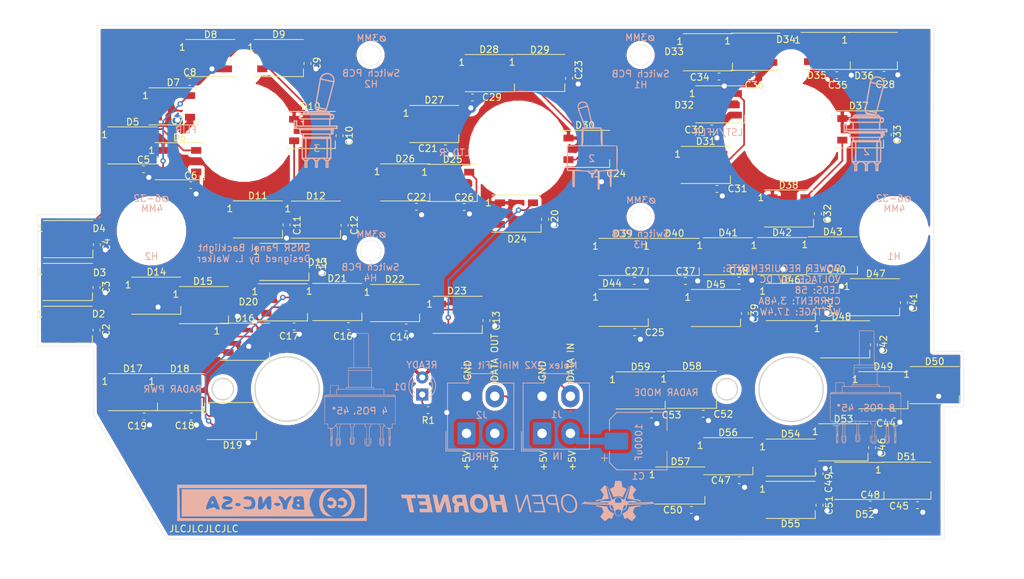
<source format=kicad_pcb>
(kicad_pcb (version 20171130) (host pcbnew "(5.1.10)-1")
  (layers (0 F.Cu signal) (31 B.Cu signal) (34 B.Paste user) (35 F.Paste user) (36 B.SilkS user) (37 F.SilkS user) (38 B.Mask user) (39 F.Mask user) (44 Edge.Cuts user))
  (net 0 "")
  (net 1 /LEDGND)
  (net 2 /LED+5V)
  (net 3 "Net-(D1-Pad1)")
  (net 4 "Net-(D2-Pad2)")
  (net 5 /DATAIN)
  (net 6 "Net-(D3-Pad2)")
  (net 7 "Net-(D4-Pad2)")
  (net 8 "Net-(D5-Pad2)")
  (net 9 "Net-(D6-Pad2)")
  (net 10 "Net-(D7-Pad2)")
  (net 11 "Net-(D8-Pad2)")
  (net 12 "Net-(D10-Pad4)")
  (net 13 "Net-(D10-Pad2)")
  (net 14 "Net-(D11-Pad2)")
  (net 15 "Net-(D12-Pad2)")
  (net 16 "Net-(D14-Pad2)")
  (net 17 "Net-(D15-Pad2)")
  (net 18 "Net-(D16-Pad2)")
  (net 19 "Net-(D17-Pad2)")
  (net 20 "Net-(D18-Pad2)")
  (net 21 "Net-(D19-Pad2)")
  (net 22 "Net-(D20-Pad2)")
  (net 23 "Net-(D21-Pad2)")
  (net 24 "Net-(D22-Pad2)")
  (net 25 "Net-(D23-Pad2)")
  (net 26 "Net-(D24-Pad2)")
  (net 27 "Net-(D26-Pad2)")
  (net 28 "Net-(D27-Pad2)")
  (net 29 "Net-(D28-Pad2)")
  (net 30 "Net-(D29-Pad2)")
  (net 31 "Net-(D30-Pad2)")
  (net 32 "Net-(D31-Pad2)")
  (net 33 "Net-(D32-Pad2)")
  (net 34 "Net-(D33-Pad2)")
  (net 35 "Net-(D34-Pad2)")
  (net 36 "Net-(D35-Pad2)")
  (net 37 "Net-(D36-Pad2)")
  (net 38 /DATAOUT)
  (net 39 "Net-(D38-Pad2)")
  (net 40 "Net-(D39-Pad2)")
  (net 41 "Net-(D40-Pad2)")
  (net 42 "Net-(D41-Pad2)")
  (net 43 "Net-(D42-Pad2)")
  (net 44 "Net-(D43-Pad2)")
  (net 45 "Net-(D44-Pad2)")
  (net 46 "Net-(D45-Pad2)")
  (net 47 "Net-(D46-Pad2)")
  (net 48 "Net-(D47-Pad2)")
  (net 49 "Net-(D48-Pad2)")
  (net 50 "Net-(D50-Pad2)")
  (net 51 "Net-(D51-Pad2)")
  (net 52 "Net-(D52-Pad2)")
  (net 53 "Net-(D53-Pad2)")
  (net 54 "Net-(D54-Pad2)")
  (net 55 "Net-(D55-Pad2)")
  (net 56 "Net-(D56-Pad2)")
  (net 57 "Net-(D57-Pad2)")
  (net 58 "Net-(D58-Pad2)")
  (net 59 "Net-(D13-Pad2)")
  (net 60 "Net-(D25-Pad2)")
  (net 61 "Net-(D37-Pad2)")
  (net 62 "Net-(D49-Pad2)")
  (module Connector_Molex:Molex_Mini-Fit_Jr_5566-04A_2x02_P4.20mm_Vertical (layer B.Cu) (at 155.4 110.1)
    (fp_text reference J1 (at 2.15 -2.8) (layer B.SilkS) (effects (justify mirror)))
    (fp_text value Conn_01x04_Female)
    (pad 4 thru_hole oval (at 4.2 -5.5) (size 2.7 3.3) (drill 1.4) (layers *.Cu *.Mask) (net 5 /DATAIN))
    (pad 3 thru_hole oval (at 0 -5.5) (size 2.7 3.3) (drill 1.4) (layers *.Cu *.Mask) (net 1 /LEDGND))
    (pad 2 thru_hole oval (at 4.2 0) (size 2.7 3.3) (drill 1.4) (layers *.Cu *.Mask) (net 2 /LED+5V))
    (pad 1 thru_hole roundrect (at 0 0) (size 2.7 3.3) (drill 1.4) (layers *.Cu *.Mask) (roundrect_rratio 0.09259299999999999) (net 2 /LED+5V))
  )
  (module Connector_Molex:Molex_Mini-Fit_Jr_5566-04A_2x02_P4.20mm_Vertical (layer B.Cu) (at 144.2 110.1)
    (fp_text reference J2 (at 2.25 -2.7) (layer B.SilkS) (effects (justify mirror)))
    (fp_text value Conn_01x04_Female)
    (pad 4 thru_hole oval (at 4.2 -5.5) (size 2.7 3.3) (drill 1.4) (layers *.Cu *.Mask) (net 38 /DATAOUT))
    (pad 3 thru_hole oval (at 0 -5.5) (size 2.7 3.3) (drill 1.4) (layers *.Cu *.Mask) (net 1 /LEDGND))
    (pad 2 thru_hole oval (at 4.2 0) (size 2.7 3.3) (drill 1.4) (layers *.Cu *.Mask) (net 2 /LED+5V))
    (pad 1 thru_hole roundrect (at 0 0) (size 2.7 3.3) (drill 1.4) (layers *.Cu *.Mask) (roundrect_rratio 0.09259299999999999) (net 2 /LED+5V))
  )
  (module "OH_Backlighting:A12505RNZQ - SWITCH, ROTARY, 45 DEG" (layer B.Cu) (at 203.34 103.22 180)
    (fp_text reference G*** hide)
    (fp_text value LOGO hide)
  )
  (module "OH_Backlighting:A12505RNZQ - SWITCH, ROTARY, 45 DEG" (layer B.Cu) (at 128.45 103.62 180)
    (fp_text reference G*** hide)
    (fp_text value LOGO hide)
  )
  (module OH_Backlighting:100SPX_Toggle_13mm_x_18mm (layer F.Cu) (at 192.283259 65.457402 180)
    (fp_text reference 5 hide)
    (fp_text value 100SPX_Toggle_13mm_x_18mm hide)
    (pad "" np_thru_hole circle (at 0 0 180) (size 12.7 12.7) (drill 12.7) (layers *.Mask B.Cu) (clearance 3.65))
    (pad "" np_thru_hole circle (at 0 0 180) (size 12.7 12.7) (drill 12.7) (layers *.Mask F.Cu) (clearance 1))
    (pad "" np_thru_hole circle (at 0 9.525 180) (size 3.572 3.572) (drill 3.572) (layers *.Cu *.Mask) (clearance 1))
  )
  (module OH_Backlighting:631H_Toggle_13mm_x_13mm (layer F.Cu) (at 151.897259 68.124402)
    (fp_text reference 4 hide)
    (fp_text value 631H_Toggle_13mm_x_13mm hide)
    (pad "" np_thru_hole circle (at 0 0) (size 12.7 12.7) (drill 12.7) (layers B.Cu) (clearance 2.5))
    (pad "" np_thru_hole circle (at 0 0) (size 12.7 12.7) (drill 12.7) (layers *.Mask F.Cu) (clearance 1))
  )
  (module OH_Backlighting:100SPX_Toggle_13mm_x_18mm (layer F.Cu) (at 111.257259 65.457402 180)
    (fp_text reference 3 hide)
    (fp_text value 100SPX_Toggle_13mm_x_18mm hide)
    (pad "" np_thru_hole circle (at 0 0 180) (size 12.7 12.7) (drill 12.7) (layers *.Mask B.Cu) (clearance 3.65))
    (pad "" np_thru_hole circle (at 0 0 180) (size 12.7 12.7) (drill 12.7) (layers *.Mask F.Cu) (clearance 1))
    (pad "" np_thru_hole circle (at 0 9.525 180) (size 3.572 3.572) (drill 3.572) (layers *.Cu *.Mask) (clearance 1))
  )
  (module OH_Backlighting:OH_Panel_6-32_PHS (layer F.Cu) (at 97.541259 80.062402)
    (fp_text reference 2 hide)
    (fp_text value OH_Panel_Fastner_Keepout hide)
    (fp_text user 4MM (at 0.075 -3.275 180) (layer B.SilkS) (effects (justify mirror)))
    (fp_text user H2 (at 0 3.81) (layer B.SilkS) (effects (justify mirror)))
    (fp_text user ⌀6-32 (at 0 -4.8) (layer B.SilkS) (effects (justify mirror)))
    (pad "" np_thru_hole circle (at 0 0) (size 4.3 4.3) (drill 4.3) (layers *.Cu *.Mask) (clearance 3))
  )
  (module OH_Backlighting:OH_Panel_6-32_PHS (layer F.Cu) (at 207.523258 80.062402)
    (fp_text reference 1 hide)
    (fp_text value OH_Panel_Fastner_Keepout hide)
    (fp_text user 4MM (at 0.075 -3.275 180) (layer B.SilkS) (effects (justify mirror)))
    (fp_text user H1 (at 0 3.81) (layer B.SilkS) (effects (justify mirror)))
    (fp_text user ⌀6-32 (at 0 -4.8) (layer B.SilkS) (effects (justify mirror)))
    (pad "" np_thru_hole circle (at 0 0) (size 4.3 4.3) (drill 4.3) (layers *.Cu *.Mask) (clearance 3))
  )
  (module OH_Backlighting:100SP1_Toggle_Silkscreen (layer F.Cu) (at 203.95 65.55)
    (fp_text reference G*** hide)
    (fp_text value "100SP1 Toggle" hide)
    (fp_text user 2 (at -0.475 2.775) (layer B.SilkS) (effects (justify mirror)))
  )
  (module OH_Backlighting:631H_Toggle_Silkscreen (layer F.Cu) (at 162.8 67.4)
    (fp_text reference G*** hide)
    (fp_text value "631H Toggle" hide)
  )
  (module OH_Backlighting:100SP3_Toggle_Silkscreen (layer F.Cu) (at 122.5 65.05)
    (fp_text reference G*** hide)
    (fp_text value "100SP3 Toggle" hide)
    (fp_text user 3 (at -0.475 2.8) (layer B.SilkS) (effects (justify mirror)))
  )
  (module OH_General:OH_LOGO_37.7mm_5.9mm (layer B.Cu) (at 153.35 120.125 180)
    (fp_text reference G*** hide)
    (fp_text value LOGO hide)
  )
  (module OH_General:CC-BY-NC-SA-Small (layer B.Cu) (at 115.475 120.4 180)
    (fp_text reference G*** hide)
    (fp_text value LOGO hide)
  )
  (module Capacitor_SMD:C_0603_1608Metric (layer F.Cu) (at 171.612 107.3)
    (fp_text reference C53 (at 2.963 0.075) (layer F.SilkS))
    (fp_text value C)
    (pad 2 smd roundrect (at 0.7875 0) (size 0.875 0.95) (layers F.Cu F.Paste F.Mask) (net 1 /LEDGND))
    (pad 1 smd roundrect (at -0.7875 0) (size 0.875 0.95) (layers F.Cu F.Paste F.Mask) (net 2 /LED+5V))
  )
  (module Capacitor_SMD:C_0603_1608Metric (layer F.Cu) (at 179.262 107.2)
    (fp_text reference C52 (at 2.988 0.05) (layer F.SilkS))
    (fp_text value C)
    (pad 2 smd roundrect (at 0.7875 0) (size 0.875 0.95) (layers F.Cu F.Paste F.Mask) (net 1 /LEDGND))
    (pad 1 smd roundrect (at -0.7875 0) (size 0.875 0.95) (layers F.Cu F.Paste F.Mask) (net 2 /LED+5V))
  )
  (module Capacitor_SMD:C_0603_1608Metric (layer F.Cu) (at 196.5 120.762 270)
    (fp_text reference C51 (at 0 -1.43 90) (layer F.SilkS))
    (fp_text value C)
    (pad 2 smd roundrect (at 0.7875 0 270) (size 0.875 0.95) (layers F.Cu F.Paste F.Mask) (net 1 /LEDGND))
    (pad 1 smd roundrect (at -0.7875 0 270) (size 0.875 0.95) (layers F.Cu F.Paste F.Mask) (net 2 /LED+5V))
  )
  (module Capacitor_SMD:C_0603_1608Metric (layer F.Cu) (at 177.512 121.45)
    (fp_text reference C50 (at -2.737 0) (layer F.SilkS))
    (fp_text value C)
    (pad 2 smd roundrect (at 0.7875 0) (size 0.875 0.95) (layers F.Cu F.Paste F.Mask) (net 1 /LEDGND))
    (pad 1 smd roundrect (at -0.7875 0) (size 0.875 0.95) (layers F.Cu F.Paste F.Mask) (net 2 /LED+5V))
  )
  (module Capacitor_SMD:C_0603_1608Metric (layer F.Cu) (at 196.5 116.088 90)
    (fp_text reference C49 (at -1.387 1.35 90) (layer F.SilkS))
    (fp_text value C)
    (pad 2 smd roundrect (at 0.7875 0 90) (size 0.875 0.95) (layers F.Cu F.Paste F.Mask) (net 1 /LEDGND))
    (pad 1 smd roundrect (at -0.7875 0 90) (size 0.875 0.95) (layers F.Cu F.Paste F.Mask) (net 2 /LED+5V))
  )
  (module Capacitor_SMD:C_0603_1608Metric (layer F.Cu) (at 204.012 120.65)
    (fp_text reference C48 (at 0 -1.43) (layer F.SilkS))
    (fp_text value C)
    (pad 2 smd roundrect (at 0.7875 0) (size 0.875 0.95) (layers F.Cu F.Paste F.Mask) (net 1 /LEDGND))
    (pad 1 smd roundrect (at -0.7875 0) (size 0.875 0.95) (layers F.Cu F.Paste F.Mask) (net 2 /LED+5V))
  )
  (module Capacitor_SMD:C_0603_1608Metric (layer F.Cu) (at 184.612 117.05)
    (fp_text reference C47 (at -2.737 0.025) (layer F.SilkS))
    (fp_text value C)
    (pad 2 smd roundrect (at 0.7875 0) (size 0.875 0.95) (layers F.Cu F.Paste F.Mask) (net 1 /LEDGND))
    (pad 1 smd roundrect (at -0.7875 0) (size 0.875 0.95) (layers F.Cu F.Paste F.Mask) (net 2 /LED+5V))
  )
  (module Capacitor_SMD:C_0603_1608Metric (layer F.Cu) (at 204.3 112.212 270)
    (fp_text reference C46 (at 0 -1.43 90) (layer F.SilkS))
    (fp_text value C)
    (pad 2 smd roundrect (at 0.7875 0 270) (size 0.875 0.95) (layers F.Cu F.Paste F.Mask) (net 1 /LEDGND))
    (pad 1 smd roundrect (at -0.7875 0 270) (size 0.875 0.95) (layers F.Cu F.Paste F.Mask) (net 2 /LED+5V))
  )
  (module Capacitor_SMD:C_0603_1608Metric (layer F.Cu) (at 211.012 120.75)
    (fp_text reference C45 (at -2.737 0.125) (layer F.SilkS))
    (fp_text value C)
    (pad 2 smd roundrect (at 0.7875 0) (size 0.875 0.95) (layers F.Cu F.Paste F.Mask) (net 1 /LEDGND))
    (pad 1 smd roundrect (at -0.7875 0) (size 0.875 0.95) (layers F.Cu F.Paste F.Mask) (net 2 /LED+5V))
  )
  (module Capacitor_SMD:C_0603_1608Metric (layer F.Cu) (at 207.612 107.3)
    (fp_text reference C44 (at -1.262 1.3) (layer F.SilkS))
    (fp_text value C)
    (pad 2 smd roundrect (at 0.7875 0) (size 0.875 0.95) (layers F.Cu F.Paste F.Mask) (net 1 /LEDGND))
    (pad 1 smd roundrect (at -0.7875 0) (size 0.875 0.95) (layers F.Cu F.Paste F.Mask) (net 2 /LED+5V))
  )
  (module Capacitor_SMD:C_0603_1608Metric (layer F.Cu) (at 196.5 91.4625 270)
    (fp_text reference C43 (at 0 -1.43 90) (layer F.SilkS))
    (fp_text value C)
    (pad 2 smd roundrect (at 0.7875 0 270) (size 0.875 0.95) (layers F.Cu F.Paste F.Mask) (net 1 /LEDGND))
    (pad 1 smd roundrect (at -0.7875 0 270) (size 0.875 0.95) (layers F.Cu F.Paste F.Mask) (net 2 /LED+5V))
  )
  (module Capacitor_SMD:C_0603_1608Metric (layer F.Cu) (at 204.55 96.9625 270)
    (fp_text reference C42 (at 0 -1.43 90) (layer F.SilkS))
    (fp_text value C)
    (pad 2 smd roundrect (at 0.7875 0 270) (size 0.875 0.95) (layers F.Cu F.Paste F.Mask) (net 1 /LEDGND))
    (pad 1 smd roundrect (at -0.7875 0 270) (size 0.875 0.95) (layers F.Cu F.Paste F.Mask) (net 2 /LED+5V))
  )
  (module Capacitor_SMD:C_0603_1608Metric (layer F.Cu) (at 209 90.7125 270)
    (fp_text reference C41 (at 0 -1.43 90) (layer F.SilkS))
    (fp_text value C)
    (pad 2 smd roundrect (at 0.7875 0 270) (size 0.875 0.95) (layers F.Cu F.Paste F.Mask) (net 1 /LEDGND))
    (pad 1 smd roundrect (at -0.7875 0 270) (size 0.875 0.95) (layers F.Cu F.Paste F.Mask) (net 2 /LED+5V))
  )
  (module Capacitor_SMD:C_0603_1608Metric (layer F.Cu) (at 198.962 87.25)
    (fp_text reference C40 (at 0 -1.43) (layer F.SilkS))
    (fp_text value C)
    (pad 2 smd roundrect (at 0.7875 0) (size 0.875 0.95) (layers F.Cu F.Paste F.Mask) (net 1 /LEDGND))
    (pad 1 smd roundrect (at -0.7875 0) (size 0.875 0.95) (layers F.Cu F.Paste F.Mask) (net 2 /LED+5V))
  )
  (module Capacitor_SMD:C_0603_1608Metric (layer F.Cu) (at 185.45 92.3125 270)
    (fp_text reference C39 (at 0 -1.43 90) (layer F.SilkS))
    (fp_text value C)
    (pad 2 smd roundrect (at 0.7875 0 270) (size 0.875 0.95) (layers F.Cu F.Paste F.Mask) (net 1 /LEDGND))
    (pad 1 smd roundrect (at -0.7875 0 270) (size 0.875 0.95) (layers F.Cu F.Paste F.Mask) (net 2 /LED+5V))
  )
  (module Capacitor_SMD:C_0603_1608Metric (layer F.Cu) (at 184.562 87.45)
    (fp_text reference C38 (at 0 -1.43) (layer F.SilkS))
    (fp_text value C)
    (pad 2 smd roundrect (at 0.7875 0) (size 0.875 0.95) (layers F.Cu F.Paste F.Mask) (net 1 /LEDGND))
    (pad 1 smd roundrect (at -0.7875 0) (size 0.875 0.95) (layers F.Cu F.Paste F.Mask) (net 2 /LED+5V))
  )
  (module Capacitor_SMD:C_0603_1608Metric (layer F.Cu) (at 176.638 87.5)
    (fp_text reference C37 (at 0 -1.43) (layer F.SilkS))
    (fp_text value C)
    (pad 2 smd roundrect (at 0.7875 0) (size 0.875 0.95) (layers F.Cu F.Paste F.Mask) (net 1 /LEDGND))
    (pad 1 smd roundrect (at -0.7875 0) (size 0.875 0.95) (layers F.Cu F.Paste F.Mask) (net 2 /LED+5V))
  )
  (module Capacitor_SMD:C_0603_1608Metric (layer F.Cu) (at 186.712 57.1)
    (fp_text reference C36 (at 0.138 1.375) (layer F.SilkS))
    (fp_text value C)
    (pad 2 smd roundrect (at 0.7875 0) (size 0.875 0.95) (layers F.Cu F.Paste F.Mask) (net 1 /LEDGND))
    (pad 1 smd roundrect (at -0.7875 0) (size 0.875 0.95) (layers F.Cu F.Paste F.Mask) (net 2 /LED+5V))
  )
  (module Capacitor_SMD:C_0603_1608Metric (layer F.Cu) (at 199.062 57)
    (fp_text reference C35 (at 0.138 1.475) (layer F.SilkS))
    (fp_text value C)
    (pad 2 smd roundrect (at 0.7875 0) (size 0.875 0.95) (layers F.Cu F.Paste F.Mask) (net 1 /LEDGND))
    (pad 1 smd roundrect (at -0.7875 0) (size 0.875 0.95) (layers F.Cu F.Paste F.Mask) (net 2 /LED+5V))
  )
  (module Capacitor_SMD:C_0603_1608Metric (layer F.Cu) (at 181.612 57.2)
    (fp_text reference C34 (at -2.862 0.1) (layer F.SilkS))
    (fp_text value C)
    (pad 2 smd roundrect (at 0.7875 0) (size 0.875 0.95) (layers F.Cu F.Paste F.Mask) (net 1 /LEDGND))
    (pad 1 smd roundrect (at -0.7875 0) (size 0.875 0.95) (layers F.Cu F.Paste F.Mask) (net 2 /LED+5V))
  )
  (module Capacitor_SMD:C_0603_1608Metric (layer F.Cu) (at 206.6 65.8125 270)
    (fp_text reference C33 (at 0 -1.43 90) (layer F.SilkS))
    (fp_text value C)
    (pad 2 smd roundrect (at 0.7875 0 270) (size 0.875 0.95) (layers F.Cu F.Paste F.Mask) (net 1 /LEDGND))
    (pad 1 smd roundrect (at -0.7875 0 270) (size 0.875 0.95) (layers F.Cu F.Paste F.Mask) (net 2 /LED+5V))
  )
  (module Capacitor_SMD:C_0603_1608Metric (layer F.Cu) (at 196.25 77.55 270)
    (fp_text reference C32 (at 0 -1.43 90) (layer F.SilkS))
    (fp_text value C)
    (pad 2 smd roundrect (at 0.7875 0 270) (size 0.875 0.95) (layers F.Cu F.Paste F.Mask) (net 1 /LEDGND))
    (pad 1 smd roundrect (at -0.7875 0 270) (size 0.875 0.95) (layers F.Cu F.Paste F.Mask) (net 2 /LED+5V))
  )
  (module Capacitor_SMD:C_0603_1608Metric (layer F.Cu) (at 181.312 73.85)
    (fp_text reference C31 (at 3.038 -0.025) (layer F.SilkS))
    (fp_text value C)
    (pad 2 smd roundrect (at 0.7875 0) (size 0.875 0.95) (layers F.Cu F.Paste F.Mask) (net 1 /LEDGND))
    (pad 1 smd roundrect (at -0.7875 0) (size 0.875 0.95) (layers F.Cu F.Paste F.Mask) (net 2 /LED+5V))
  )
  (module Capacitor_SMD:C_0603_1608Metric (layer F.Cu) (at 180.512 64.9)
    (fp_text reference C30 (at -2.562 0.2) (layer F.SilkS))
    (fp_text value C)
    (pad 2 smd roundrect (at 0.7875 0) (size 0.875 0.95) (layers F.Cu F.Paste F.Mask) (net 1 /LEDGND))
    (pad 1 smd roundrect (at -0.7875 0) (size 0.875 0.95) (layers F.Cu F.Paste F.Mask) (net 2 /LED+5V))
  )
  (module Capacitor_SMD:C_0603_1608Metric (layer F.Cu) (at 145.1 60.3)
    (fp_text reference C29 (at 2.875 -0.025) (layer F.SilkS))
    (fp_text value C)
    (pad 2 smd roundrect (at 0.7875 0) (size 0.875 0.95) (layers F.Cu F.Paste F.Mask) (net 1 /LEDGND))
    (pad 1 smd roundrect (at -0.7875 0) (size 0.875 0.95) (layers F.Cu F.Paste F.Mask) (net 2 /LED+5V))
  )
  (module Capacitor_SMD:C_0603_1608Metric (layer F.Cu) (at 206.062 56.95)
    (fp_text reference C28 (at 0.163 1.425) (layer F.SilkS))
    (fp_text value C)
    (pad 2 smd roundrect (at 0.7875 0) (size 0.875 0.95) (layers F.Cu F.Paste F.Mask) (net 1 /LEDGND))
    (pad 1 smd roundrect (at -0.7875 0) (size 0.875 0.95) (layers F.Cu F.Paste F.Mask) (net 2 /LED+5V))
  )
  (module Capacitor_SMD:C_0603_1608Metric (layer F.Cu) (at 169.062 87.5)
    (fp_text reference C27 (at 0 -1.43) (layer F.SilkS))
    (fp_text value C)
    (pad 2 smd roundrect (at 0.7875 0) (size 0.875 0.95) (layers F.Cu F.Paste F.Mask) (net 1 /LEDGND))
    (pad 1 smd roundrect (at -0.7875 0) (size 0.875 0.95) (layers F.Cu F.Paste F.Mask) (net 2 /LED+5V))
  )
  (module Capacitor_SMD:C_0603_1608Metric (layer F.Cu) (at 143.85 76.55)
    (fp_text reference C26 (at 0 -1.43) (layer F.SilkS))
    (fp_text value C)
    (pad 2 smd roundrect (at 0.7875 0) (size 0.875 0.95) (layers F.Cu F.Paste F.Mask) (net 1 /LEDGND))
    (pad 1 smd roundrect (at -0.7875 0) (size 0.875 0.95) (layers F.Cu F.Paste F.Mask) (net 2 /LED+5V))
  )
  (module Capacitor_SMD:C_0603_1608Metric (layer F.Cu) (at 169.112 95.1)
    (fp_text reference C25 (at 2.963 0.05) (layer F.SilkS))
    (fp_text value C)
    (pad 2 smd roundrect (at 0.7875 0) (size 0.875 0.95) (layers F.Cu F.Paste F.Mask) (net 1 /LEDGND))
    (pad 1 smd roundrect (at -0.7875 0) (size 0.875 0.95) (layers F.Cu F.Paste F.Mask) (net 2 /LED+5V))
  )
  (module Capacitor_SMD:C_0603_1608Metric (layer F.Cu) (at 163.412 71.55)
    (fp_text reference C24 (at 2.963 0.025) (layer F.SilkS))
    (fp_text value C)
    (pad 2 smd roundrect (at 0.7875 0) (size 0.875 0.95) (layers F.Cu F.Paste F.Mask) (net 1 /LEDGND))
    (pad 1 smd roundrect (at -0.7875 0) (size 0.875 0.95) (layers F.Cu F.Paste F.Mask) (net 2 /LED+5V))
  )
  (module Capacitor_SMD:C_0603_1608Metric (layer F.Cu) (at 159.4 57.4625 270)
    (fp_text reference C23 (at -1.2375 -1.43 90) (layer F.SilkS))
    (fp_text value C)
    (pad 2 smd roundrect (at 0.7875 0 270) (size 0.875 0.95) (layers F.Cu F.Paste F.Mask) (net 1 /LEDGND))
    (pad 1 smd roundrect (at -0.7875 0 270) (size 0.875 0.95) (layers F.Cu F.Paste F.Mask) (net 2 /LED+5V))
  )
  (module Capacitor_SMD:C_0603_1608Metric (layer F.Cu) (at 136.788 76.5)
    (fp_text reference C22 (at 0 -1.43) (layer F.SilkS))
    (fp_text value C)
    (pad 2 smd roundrect (at 0.7875 0) (size 0.875 0.95) (layers F.Cu F.Paste F.Mask) (net 1 /LEDGND))
    (pad 1 smd roundrect (at -0.7875 0) (size 0.875 0.95) (layers F.Cu F.Paste F.Mask) (net 2 /LED+5V))
  )
  (module Capacitor_SMD:C_0603_1608Metric (layer F.Cu) (at 141.062 67.85)
    (fp_text reference C21 (at -2.587 0) (layer F.SilkS))
    (fp_text value C)
    (pad 2 smd roundrect (at 0.7875 0) (size 0.875 0.95) (layers F.Cu F.Paste F.Mask) (net 1 /LEDGND))
    (pad 1 smd roundrect (at -0.7875 0) (size 0.875 0.95) (layers F.Cu F.Paste F.Mask) (net 2 /LED+5V))
  )
  (module Capacitor_SMD:C_0603_1608Metric (layer F.Cu) (at 155.85 78.3625 270)
    (fp_text reference C20 (at 0 -1.43 90) (layer F.SilkS))
    (fp_text value C)
    (pad 2 smd roundrect (at 0.7875 0 270) (size 0.875 0.95) (layers F.Cu F.Paste F.Mask) (net 1 /LEDGND))
    (pad 1 smd roundrect (at -0.7875 0 270) (size 0.875 0.95) (layers F.Cu F.Paste F.Mask) (net 2 /LED+5V))
  )
  (module Resistor_SMD:R_0603_1608Metric (layer F.Cu) (at 138.512 106.65)
    (fp_text reference R1 (at 0.038 1.525) (layer F.SilkS))
    (fp_text value R)
    (pad 2 smd roundrect (at 0.7875 0) (size 0.875 0.95) (layers F.Cu F.Paste F.Mask) (net 1 /LEDGND))
    (pad 1 smd roundrect (at -0.7875 0) (size 0.875 0.95) (layers F.Cu F.Paste F.Mask) (net 3 "Net-(D1-Pad1)"))
  )
  (module Capacitor_SMD:C_0603_1608Metric (layer F.Cu) (at 96.4625 107.6)
    (fp_text reference C19 (at -1.0625 1.4) (layer F.SilkS))
    (fp_text value C)
    (pad 2 smd roundrect (at 0.7875 0) (size 0.875 0.95) (layers F.Cu F.Paste F.Mask) (net 1 /LEDGND))
    (pad 1 smd roundrect (at -0.7875 0) (size 0.875 0.95) (layers F.Cu F.Paste F.Mask) (net 2 /LED+5V))
  )
  (module Capacitor_SMD:C_0603_1608Metric (layer F.Cu) (at 103.412 107.6)
    (fp_text reference C18 (at -0.962 1.35) (layer F.SilkS))
    (fp_text value C)
    (pad 2 smd roundrect (at 0.7875 0) (size 0.875 0.95) (layers F.Cu F.Paste F.Mask) (net 1 /LEDGND))
    (pad 1 smd roundrect (at -0.7875 0) (size 0.875 0.95) (layers F.Cu F.Paste F.Mask) (net 2 /LED+5V))
  )
  (module Capacitor_SMD:C_0603_1608Metric (layer F.Cu) (at 118.662 94.25)
    (fp_text reference C17 (at -0.762 1.425) (layer F.SilkS))
    (fp_text value C)
    (pad 2 smd roundrect (at 0.7875 0) (size 0.875 0.95) (layers F.Cu F.Paste F.Mask) (net 1 /LEDGND))
    (pad 1 smd roundrect (at -0.7875 0) (size 0.875 0.95) (layers F.Cu F.Paste F.Mask) (net 2 /LED+5V))
  )
  (module Capacitor_SMD:C_0603_1608Metric (layer F.Cu) (at 126.712 94.2)
    (fp_text reference C16 (at -0.812 1.5) (layer F.SilkS))
    (fp_text value C)
    (pad 2 smd roundrect (at 0.7875 0) (size 0.875 0.95) (layers F.Cu F.Paste F.Mask) (net 1 /LEDGND))
    (pad 1 smd roundrect (at -0.7875 0) (size 0.875 0.95) (layers F.Cu F.Paste F.Mask) (net 2 /LED+5V))
  )
  (module Capacitor_SMD:C_0603_1608Metric (layer F.Cu) (at 121.45 85.4625 270)
    (fp_text reference C15 (at 0 -1.43 90) (layer F.SilkS))
    (fp_text value C)
    (pad 2 smd roundrect (at 0.7875 0 270) (size 0.875 0.95) (layers F.Cu F.Paste F.Mask) (net 1 /LEDGND))
    (pad 1 smd roundrect (at -0.7875 0 270) (size 0.875 0.95) (layers F.Cu F.Paste F.Mask) (net 2 /LED+5V))
  )
  (module Capacitor_SMD:C_0603_1608Metric (layer F.Cu) (at 135.262 94.4)
    (fp_text reference C14 (at -0.987 1.4) (layer F.SilkS))
    (fp_text value C)
    (pad 2 smd roundrect (at 0.7875 0) (size 0.875 0.95) (layers F.Cu F.Paste F.Mask) (net 1 /LEDGND))
    (pad 1 smd roundrect (at -0.7875 0) (size 0.875 0.95) (layers F.Cu F.Paste F.Mask) (net 2 /LED+5V))
  )
  (module Capacitor_SMD:C_0603_1608Metric (layer F.Cu) (at 147.15 93.3625 270)
    (fp_text reference C13 (at 0.0375 -1.475 90) (layer F.SilkS))
    (fp_text value C)
    (pad 2 smd roundrect (at 0.7875 0 270) (size 0.875 0.95) (layers F.Cu F.Paste F.Mask) (net 1 /LEDGND))
    (pad 1 smd roundrect (at -0.7875 0 270) (size 0.875 0.95) (layers F.Cu F.Paste F.Mask) (net 2 /LED+5V))
  )
  (module Capacitor_SMD:C_0603_1608Metric (layer F.Cu) (at 126.15 79.2375 270)
    (fp_text reference C12 (at 0 -1.43 90) (layer F.SilkS))
    (fp_text value C)
    (pad 2 smd roundrect (at 0.7875 0 270) (size 0.875 0.95) (layers F.Cu F.Paste F.Mask) (net 1 /LEDGND))
    (pad 1 smd roundrect (at -0.7875 0 270) (size 0.875 0.95) (layers F.Cu F.Paste F.Mask) (net 2 /LED+5V))
  )
  (module Capacitor_SMD:C_0603_1608Metric (layer F.Cu) (at 117.55 79.2 270)
    (fp_text reference C11 (at 0.05 -1.55 90) (layer F.SilkS))
    (fp_text value C)
    (pad 2 smd roundrect (at 0.7875 0 270) (size 0.875 0.95) (layers F.Cu F.Paste F.Mask) (net 1 /LEDGND))
    (pad 1 smd roundrect (at -0.7875 0 270) (size 0.875 0.95) (layers F.Cu F.Paste F.Mask) (net 2 /LED+5V))
  )
  (module Capacitor_SMD:C_0603_1608Metric (layer F.Cu) (at 125.4 65.9625 270)
    (fp_text reference C10 (at 0 -1.43 90) (layer F.SilkS))
    (fp_text value C)
    (pad 2 smd roundrect (at 0.7875 0 270) (size 0.875 0.95) (layers F.Cu F.Paste F.Mask) (net 1 /LEDGND))
    (pad 1 smd roundrect (at -0.7875 0 270) (size 0.875 0.95) (layers F.Cu F.Paste F.Mask) (net 2 /LED+5V))
  )
  (module Capacitor_SMD:C_0603_1608Metric (layer F.Cu) (at 120.65 55.2625 270)
    (fp_text reference C9 (at 0 -1.43 90) (layer F.SilkS))
    (fp_text value C)
    (pad 2 smd roundrect (at 0.7875 0 270) (size 0.875 0.95) (layers F.Cu F.Paste F.Mask) (net 1 /LEDGND))
    (pad 1 smd roundrect (at -0.7875 0 270) (size 0.875 0.95) (layers F.Cu F.Paste F.Mask) (net 2 /LED+5V))
  )
  (module Capacitor_SMD:C_0603_1608Metric (layer F.Cu) (at 103.212 58)
    (fp_text reference C8 (at 0 -1.43) (layer F.SilkS))
    (fp_text value C)
    (pad 2 smd roundrect (at 0.7875 0) (size 0.875 0.95) (layers F.Cu F.Paste F.Mask) (net 1 /LEDGND))
    (pad 1 smd roundrect (at -0.7875 0) (size 0.875 0.95) (layers F.Cu F.Paste F.Mask) (net 2 /LED+5V))
  )
  (module Capacitor_SMD:C_0603_1608Metric (layer F.Cu) (at 101.362 65.2)
    (fp_text reference C7 (at 0 -1.43) (layer F.SilkS))
    (fp_text value C)
    (pad 2 smd roundrect (at 0.7875 0) (size 0.875 0.95) (layers F.Cu F.Paste F.Mask) (net 1 /LEDGND))
    (pad 1 smd roundrect (at -0.7875 0) (size 0.875 0.95) (layers F.Cu F.Paste F.Mask) (net 2 /LED+5V))
  )
  (module Capacitor_SMD:C_0603_1608Metric (layer F.Cu) (at 103.362 73.3)
    (fp_text reference C6 (at 0 -1.43) (layer F.SilkS))
    (fp_text value C)
    (pad 2 smd roundrect (at 0.7875 0) (size 0.875 0.95) (layers F.Cu F.Paste F.Mask) (net 1 /LEDGND))
    (pad 1 smd roundrect (at -0.7875 0) (size 0.875 0.95) (layers F.Cu F.Paste F.Mask) (net 2 /LED+5V))
  )
  (module Capacitor_SMD:C_0603_1608Metric (layer F.Cu) (at 96.3625 70.95)
    (fp_text reference C5 (at 0 -1.43) (layer F.SilkS))
    (fp_text value C)
    (pad 2 smd roundrect (at 0.7875 0) (size 0.875 0.95) (layers F.Cu F.Paste F.Mask) (net 1 /LEDGND))
    (pad 1 smd roundrect (at -0.7875 0) (size 0.875 0.95) (layers F.Cu F.Paste F.Mask) (net 2 /LED+5V))
  )
  (module Capacitor_SMD:C_0603_1608Metric (layer F.Cu) (at 89.45 82.1125 270)
    (fp_text reference C4 (at 0 -1.43 90) (layer F.SilkS))
    (fp_text value C)
    (pad 2 smd roundrect (at 0.7875 0 270) (size 0.875 0.95) (layers F.Cu F.Paste F.Mask) (net 1 /LEDGND))
    (pad 1 smd roundrect (at -0.7875 0 270) (size 0.875 0.95) (layers F.Cu F.Paste F.Mask) (net 2 /LED+5V))
  )
  (module Capacitor_SMD:C_0603_1608Metric (layer F.Cu) (at 89.4 88.4625 270)
    (fp_text reference C3 (at 0 -1.43 90) (layer F.SilkS))
    (fp_text value C)
    (pad 2 smd roundrect (at 0.7875 0 270) (size 0.875 0.95) (layers F.Cu F.Paste F.Mask) (net 1 /LEDGND))
    (pad 1 smd roundrect (at -0.7875 0 270) (size 0.875 0.95) (layers F.Cu F.Paste F.Mask) (net 2 /LED+5V))
  )
  (module Capacitor_SMD:C_0603_1608Metric (layer F.Cu) (at 89.4 94.8 270)
    (fp_text reference C2 (at 0 -1.43 90) (layer F.SilkS))
    (fp_text value C)
    (pad 2 smd roundrect (at 0.7875 0 270) (size 0.875 0.95) (layers F.Cu F.Paste F.Mask) (net 1 /LEDGND))
    (pad 1 smd roundrect (at -0.7875 0 270) (size 0.875 0.95) (layers F.Cu F.Paste F.Mask) (net 2 /LED+5V))
  )
  (module LED_SMD:LED_WS2812B_PLCC4_5.0x5.0mm_P3.2mm (layer F.Cu) (at 169.991 103.733)
    (fp_text reference D59 (at 0 -3.5) (layer F.SilkS))
    (fp_text value WS2812B)
    (fp_text user 1 (at -4.15 -1.6) (layer F.SilkS))
    (pad 1 smd rect (at -2.45 -1.6) (size 1.5 1) (layers F.Cu F.Paste F.Mask) (net 2 /LED+5V))
    (pad 2 smd rect (at -2.45 1.6) (size 1.5 1) (layers F.Cu F.Paste F.Mask) (net 38 /DATAOUT))
    (pad 4 smd rect (at 2.45 -1.6) (size 1.5 1) (layers F.Cu F.Paste F.Mask) (net 58 "Net-(D58-Pad2)"))
    (pad 3 smd rect (at 2.45 1.6) (size 1.5 1) (layers F.Cu F.Paste F.Mask) (net 1 /LEDGND))
  )
  (module LED_SMD:LED_WS2812B_PLCC4_5.0x5.0mm_P3.2mm (layer F.Cu) (at 177.585 103.632)
    (fp_text reference D58 (at 0 -3.5) (layer F.SilkS))
    (fp_text value WS2812B)
    (fp_text user 1 (at -4.15 -1.6) (layer F.SilkS))
    (pad 1 smd rect (at -2.45 -1.6) (size 1.5 1) (layers F.Cu F.Paste F.Mask) (net 2 /LED+5V))
    (pad 2 smd rect (at -2.45 1.6) (size 1.5 1) (layers F.Cu F.Paste F.Mask) (net 58 "Net-(D58-Pad2)"))
    (pad 4 smd rect (at 2.45 -1.6) (size 1.5 1) (layers F.Cu F.Paste F.Mask) (net 57 "Net-(D57-Pad2)"))
    (pad 3 smd rect (at 2.45 1.6) (size 1.5 1) (layers F.Cu F.Paste F.Mask) (net 1 /LEDGND))
  )
  (module LED_SMD:LED_WS2812B_PLCC4_5.0x5.0mm_P3.2mm (layer F.Cu) (at 175.858 117.83)
    (fp_text reference D57 (at 0.037 -3.5558) (layer F.SilkS))
    (fp_text value WS2812B)
    (fp_text user 1 (at -4.15 -1.6) (layer F.SilkS))
    (pad 1 smd rect (at -2.45 -1.6) (size 1.5 1) (layers F.Cu F.Paste F.Mask) (net 2 /LED+5V))
    (pad 2 smd rect (at -2.45 1.6) (size 1.5 1) (layers F.Cu F.Paste F.Mask) (net 57 "Net-(D57-Pad2)"))
    (pad 4 smd rect (at 2.45 -1.6) (size 1.5 1) (layers F.Cu F.Paste F.Mask) (net 56 "Net-(D56-Pad2)"))
    (pad 3 smd rect (at 2.45 1.6) (size 1.5 1) (layers F.Cu F.Paste F.Mask) (net 1 /LEDGND))
  )
  (module LED_SMD:LED_WS2812B_PLCC4_5.0x5.0mm_P3.2mm (layer F.Cu) (at 182.97 113.487)
    (fp_text reference D56 (at -0.0138 -3.505) (layer F.SilkS))
    (fp_text value WS2812B)
    (fp_text user 1 (at -4.15 -1.6) (layer F.SilkS))
    (pad 1 smd rect (at -2.45 -1.6) (size 1.5 1) (layers F.Cu F.Paste F.Mask) (net 2 /LED+5V))
    (pad 2 smd rect (at -2.45 1.6) (size 1.5 1) (layers F.Cu F.Paste F.Mask) (net 56 "Net-(D56-Pad2)"))
    (pad 4 smd rect (at 2.45 -1.6) (size 1.5 1) (layers F.Cu F.Paste F.Mask) (net 55 "Net-(D55-Pad2)"))
    (pad 3 smd rect (at 2.45 1.6) (size 1.5 1) (layers F.Cu F.Paste F.Mask) (net 1 /LEDGND))
  )
  (module LED_SMD:LED_WS2812B_PLCC4_5.0x5.0mm_P3.2mm (layer F.Cu) (at 192.216 119.964)
    (fp_text reference D55 (at -0.0138 3.5308) (layer F.SilkS))
    (fp_text value WS2812B)
    (fp_text user 1 (at -4.15 -1.6) (layer F.SilkS))
    (pad 1 smd rect (at -2.45 -1.6) (size 1.5 1) (layers F.Cu F.Paste F.Mask) (net 2 /LED+5V))
    (pad 2 smd rect (at -2.45 1.6) (size 1.5 1) (layers F.Cu F.Paste F.Mask) (net 55 "Net-(D55-Pad2)"))
    (pad 4 smd rect (at 2.45 -1.6) (size 1.5 1) (layers F.Cu F.Paste F.Mask) (net 54 "Net-(D54-Pad2)"))
    (pad 3 smd rect (at 2.45 1.6) (size 1.5 1) (layers F.Cu F.Paste F.Mask) (net 1 /LEDGND))
  )
  (module LED_SMD:LED_WS2812B_PLCC4_5.0x5.0mm_P3.2mm (layer F.Cu) (at 192.216 113.69)
    (fp_text reference D54 (at 0 -3.5) (layer F.SilkS))
    (fp_text value WS2812B)
    (fp_text user 1 (at -4.15 -1.6) (layer F.SilkS))
    (pad 1 smd rect (at -2.45 -1.6) (size 1.5 1) (layers F.Cu F.Paste F.Mask) (net 2 /LED+5V))
    (pad 2 smd rect (at -2.45 1.6) (size 1.5 1) (layers F.Cu F.Paste F.Mask) (net 54 "Net-(D54-Pad2)"))
    (pad 4 smd rect (at 2.45 -1.6) (size 1.5 1) (layers F.Cu F.Paste F.Mask) (net 53 "Net-(D53-Pad2)"))
    (pad 3 smd rect (at 2.45 1.6) (size 1.5 1) (layers F.Cu F.Paste F.Mask) (net 1 /LEDGND))
  )
  (module LED_SMD:LED_WS2812B_PLCC4_5.0x5.0mm_P3.2mm (layer F.Cu) (at 200.025 111.43)
    (fp_text reference D53 (at 0.0254 -3.4544) (layer F.SilkS))
    (fp_text value WS2812B)
    (fp_text user 1 (at -4.15 -1.6) (layer F.SilkS))
    (pad 1 smd rect (at -2.45 -1.6) (size 1.5 1) (layers F.Cu F.Paste F.Mask) (net 2 /LED+5V))
    (pad 2 smd rect (at -2.45 1.6) (size 1.5 1) (layers F.Cu F.Paste F.Mask) (net 53 "Net-(D53-Pad2)"))
    (pad 4 smd rect (at 2.45 -1.6) (size 1.5 1) (layers F.Cu F.Paste F.Mask) (net 52 "Net-(D52-Pad2)"))
    (pad 3 smd rect (at 2.45 1.6) (size 1.5 1) (layers F.Cu F.Paste F.Mask) (net 1 /LEDGND))
  )
  (module LED_SMD:LED_WS2812B_PLCC4_5.0x5.0mm_P3.2mm (layer F.Cu) (at 202.387 117.145)
    (fp_text reference D52 (at 0.838 4.955) (layer F.SilkS))
    (fp_text value WS2812B)
    (fp_text user 1 (at -4.15 -1.6) (layer F.SilkS))
    (pad 1 smd rect (at -2.45 -1.6) (size 1.5 1) (layers F.Cu F.Paste F.Mask) (net 2 /LED+5V))
    (pad 2 smd rect (at -2.45 1.6) (size 1.5 1) (layers F.Cu F.Paste F.Mask) (net 52 "Net-(D52-Pad2)"))
    (pad 4 smd rect (at 2.45 -1.6) (size 1.5 1) (layers F.Cu F.Paste F.Mask) (net 51 "Net-(D51-Pad2)"))
    (pad 3 smd rect (at 2.45 1.6) (size 1.5 1) (layers F.Cu F.Paste F.Mask) (net 1 /LEDGND))
  )
  (module LED_SMD:LED_WS2812B_PLCC4_5.0x5.0mm_P3.2mm (layer F.Cu) (at 209.361 117.119)
    (fp_text reference D51 (at 0.0254 -3.556) (layer F.SilkS))
    (fp_text value WS2812B)
    (fp_text user 1 (at -4.15 -1.6) (layer F.SilkS))
    (pad 1 smd rect (at -2.45 -1.6) (size 1.5 1) (layers F.Cu F.Paste F.Mask) (net 2 /LED+5V))
    (pad 2 smd rect (at -2.45 1.6) (size 1.5 1) (layers F.Cu F.Paste F.Mask) (net 51 "Net-(D51-Pad2)"))
    (pad 4 smd rect (at 2.45 -1.6) (size 1.5 1) (layers F.Cu F.Paste F.Mask) (net 50 "Net-(D50-Pad2)"))
    (pad 3 smd rect (at 2.45 1.6) (size 1.5 1) (layers F.Cu F.Paste F.Mask) (net 1 /LEDGND))
  )
  (module LED_SMD:LED_WS2812B_PLCC4_5.0x5.0mm_P3.2mm (layer F.Cu) (at 213.552 102.946)
    (fp_text reference D50 (at 0 -3.5) (layer F.SilkS))
    (fp_text value WS2812B)
    (fp_text user 1 (at -4.15 -1.6) (layer F.SilkS))
    (pad 1 smd rect (at -2.45 -1.6) (size 1.5 1) (layers F.Cu F.Paste F.Mask) (net 2 /LED+5V))
    (pad 2 smd rect (at -2.45 1.6) (size 1.5 1) (layers F.Cu F.Paste F.Mask) (net 50 "Net-(D50-Pad2)"))
    (pad 4 smd rect (at 2.45 -1.6) (size 1.5 1) (layers F.Cu F.Paste F.Mask) (net 62 "Net-(D49-Pad2)"))
    (pad 3 smd rect (at 2.45 1.6) (size 1.5 1) (layers F.Cu F.Paste F.Mask) (net 1 /LEDGND))
  )
  (module LED_SMD:LED_WS2812B_PLCC4_5.0x5.0mm_P3.2mm (layer F.Cu) (at 205.943 103.708)
    (fp_text reference D49 (at 0 -3.5) (layer F.SilkS))
    (fp_text value WS2812B)
    (fp_text user 1 (at -4.15 -1.6) (layer F.SilkS))
    (pad 1 smd rect (at -2.45 -1.6) (size 1.5 1) (layers F.Cu F.Paste F.Mask) (net 2 /LED+5V))
    (pad 2 smd rect (at -2.45 1.6) (size 1.5 1) (layers F.Cu F.Paste F.Mask) (net 62 "Net-(D49-Pad2)"))
    (pad 4 smd rect (at 2.45 -1.6) (size 1.5 1) (layers F.Cu F.Paste F.Mask) (net 49 "Net-(D48-Pad2)"))
    (pad 3 smd rect (at 2.45 1.6) (size 1.5 1) (layers F.Cu F.Paste F.Mask) (net 1 /LEDGND))
  )
  (module LED_SMD:LED_WS2812B_PLCC4_5.0x5.0mm_P3.2mm (layer F.Cu) (at 200.293 96.1642)
    (fp_text reference D48 (at -0.543 -3.3642) (layer F.SilkS))
    (fp_text value WS2812B)
    (fp_text user 1 (at -4.15 -1.6) (layer F.SilkS))
    (pad 1 smd rect (at -2.45 -1.6) (size 1.5 1) (layers F.Cu F.Paste F.Mask) (net 2 /LED+5V))
    (pad 2 smd rect (at -2.45 1.6) (size 1.5 1) (layers F.Cu F.Paste F.Mask) (net 49 "Net-(D48-Pad2)"))
    (pad 4 smd rect (at 2.45 -1.6) (size 1.5 1) (layers F.Cu F.Paste F.Mask) (net 48 "Net-(D47-Pad2)"))
    (pad 3 smd rect (at 2.45 1.6) (size 1.5 1) (layers F.Cu F.Paste F.Mask) (net 1 /LEDGND))
  )
  (module LED_SMD:LED_WS2812B_PLCC4_5.0x5.0mm_P3.2mm (layer F.Cu) (at 204.712 89.9158)
    (fp_text reference D47 (at 0.1132 -3.4796) (layer F.SilkS))
    (fp_text value WS2812B)
    (fp_text user 1 (at -4.15 -1.6) (layer F.SilkS))
    (pad 1 smd rect (at -2.45 -1.6) (size 1.5 1) (layers F.Cu F.Paste F.Mask) (net 2 /LED+5V))
    (pad 2 smd rect (at -2.45 1.6) (size 1.5 1) (layers F.Cu F.Paste F.Mask) (net 48 "Net-(D47-Pad2)"))
    (pad 4 smd rect (at 2.45 -1.6) (size 1.5 1) (layers F.Cu F.Paste F.Mask) (net 47 "Net-(D46-Pad2)"))
    (pad 3 smd rect (at 2.45 1.6) (size 1.5 1) (layers F.Cu F.Paste F.Mask) (net 1 /LEDGND))
  )
  (module LED_SMD:LED_WS2812B_PLCC4_5.0x5.0mm_P3.2mm (layer F.Cu) (at 192.216 90.627)
    (fp_text reference D46 (at 0.034 -3.277) (layer F.SilkS))
    (fp_text value WS2812B)
    (fp_text user 1 (at -4.15 -1.6) (layer F.SilkS))
    (pad 1 smd rect (at -2.45 -1.6) (size 1.5 1) (layers F.Cu F.Paste F.Mask) (net 2 /LED+5V))
    (pad 2 smd rect (at -2.45 1.6) (size 1.5 1) (layers F.Cu F.Paste F.Mask) (net 47 "Net-(D46-Pad2)"))
    (pad 4 smd rect (at 2.45 -1.6) (size 1.5 1) (layers F.Cu F.Paste F.Mask) (net 46 "Net-(D45-Pad2)"))
    (pad 3 smd rect (at 2.45 1.6) (size 1.5 1) (layers F.Cu F.Paste F.Mask) (net 1 /LEDGND))
  )
  (module LED_SMD:LED_WS2812B_PLCC4_5.0x5.0mm_P3.2mm (layer F.Cu) (at 181.141 91.516)
    (fp_text reference D45 (at 0 -3.5) (layer F.SilkS))
    (fp_text value WS2812B)
    (fp_text user 1 (at -4.15 -1.6) (layer F.SilkS))
    (pad 1 smd rect (at -2.45 -1.6) (size 1.5 1) (layers F.Cu F.Paste F.Mask) (net 2 /LED+5V))
    (pad 2 smd rect (at -2.45 1.6) (size 1.5 1) (layers F.Cu F.Paste F.Mask) (net 46 "Net-(D45-Pad2)"))
    (pad 4 smd rect (at 2.45 -1.6) (size 1.5 1) (layers F.Cu F.Paste F.Mask) (net 45 "Net-(D44-Pad2)"))
    (pad 3 smd rect (at 2.45 1.6) (size 1.5 1) (layers F.Cu F.Paste F.Mask) (net 1 /LEDGND))
  )
  (module LED_SMD:LED_WS2812B_PLCC4_5.0x5.0mm_P3.2mm (layer F.Cu) (at 167.476 91.4906)
    (fp_text reference D44 (at -1.726 -3.6406) (layer F.SilkS))
    (fp_text value WS2812B)
    (fp_text user 1 (at -4.15 -1.6) (layer F.SilkS))
    (pad 1 smd rect (at -2.45 -1.6) (size 1.5 1) (layers F.Cu F.Paste F.Mask) (net 2 /LED+5V))
    (pad 2 smd rect (at -2.45 1.6) (size 1.5 1) (layers F.Cu F.Paste F.Mask) (net 45 "Net-(D44-Pad2)"))
    (pad 4 smd rect (at 2.45 -1.6) (size 1.5 1) (layers F.Cu F.Paste F.Mask) (net 44 "Net-(D43-Pad2)"))
    (pad 3 smd rect (at 2.45 1.6) (size 1.5 1) (layers F.Cu F.Paste F.Mask) (net 1 /LEDGND))
  )
  (module LED_SMD:LED_WS2812B_PLCC4_5.0x5.0mm_P3.2mm (layer F.Cu) (at 198.464 83.7182)
    (fp_text reference D43 (at 0 -3.5) (layer F.SilkS))
    (fp_text value WS2812B)
    (fp_text user 1 (at -4.15 -1.6) (layer F.SilkS))
    (pad 1 smd rect (at -2.45 -1.6) (size 1.5 1) (layers F.Cu F.Paste F.Mask) (net 2 /LED+5V))
    (pad 2 smd rect (at -2.45 1.6) (size 1.5 1) (layers F.Cu F.Paste F.Mask) (net 44 "Net-(D43-Pad2)"))
    (pad 4 smd rect (at 2.45 -1.6) (size 1.5 1) (layers F.Cu F.Paste F.Mask) (net 43 "Net-(D42-Pad2)"))
    (pad 3 smd rect (at 2.45 1.6) (size 1.5 1) (layers F.Cu F.Paste F.Mask) (net 1 /LEDGND))
  )
  (module LED_SMD:LED_WS2812B_PLCC4_5.0x5.0mm_P3.2mm (layer F.Cu) (at 190.946 83.8198)
    (fp_text reference D42 (at 0 -3.5) (layer F.SilkS))
    (fp_text value WS2812B)
    (fp_text user 1 (at -4.15 -1.6) (layer F.SilkS))
    (pad 1 smd rect (at -2.45 -1.6) (size 1.5 1) (layers F.Cu F.Paste F.Mask) (net 2 /LED+5V))
    (pad 2 smd rect (at -2.45 1.6) (size 1.5 1) (layers F.Cu F.Paste F.Mask) (net 43 "Net-(D42-Pad2)"))
    (pad 4 smd rect (at 2.45 -1.6) (size 1.5 1) (layers F.Cu F.Paste F.Mask) (net 42 "Net-(D41-Pad2)"))
    (pad 3 smd rect (at 2.45 1.6) (size 1.5 1) (layers F.Cu F.Paste F.Mask) (net 1 /LEDGND))
  )
  (module LED_SMD:LED_WS2812B_PLCC4_5.0x5.0mm_P3.2mm (layer F.Cu) (at 182.919 83.8452)
    (fp_text reference D41 (at 0.0508 -3.4798) (layer F.SilkS))
    (fp_text value WS2812B)
    (fp_text user 1 (at -4.15 -1.6) (layer F.SilkS))
    (pad 1 smd rect (at -2.45 -1.6) (size 1.5 1) (layers F.Cu F.Paste F.Mask) (net 2 /LED+5V))
    (pad 2 smd rect (at -2.45 1.6) (size 1.5 1) (layers F.Cu F.Paste F.Mask) (net 42 "Net-(D41-Pad2)"))
    (pad 4 smd rect (at 2.45 -1.6) (size 1.5 1) (layers F.Cu F.Paste F.Mask) (net 41 "Net-(D40-Pad2)"))
    (pad 3 smd rect (at 2.45 1.6) (size 1.5 1) (layers F.Cu F.Paste F.Mask) (net 1 /LEDGND))
  )
  (module LED_SMD:LED_WS2812B_PLCC4_5.0x5.0mm_P3.2mm (layer F.Cu) (at 175.02 83.9468)
    (fp_text reference D40 (at 0 -3.5) (layer F.SilkS))
    (fp_text value WS2812B)
    (fp_text user 1 (at -4.15 -1.6) (layer F.SilkS))
    (pad 1 smd rect (at -2.45 -1.6) (size 1.5 1) (layers F.Cu F.Paste F.Mask) (net 2 /LED+5V))
    (pad 2 smd rect (at -2.45 1.6) (size 1.5 1) (layers F.Cu F.Paste F.Mask) (net 41 "Net-(D40-Pad2)"))
    (pad 4 smd rect (at 2.45 -1.6) (size 1.5 1) (layers F.Cu F.Paste F.Mask) (net 40 "Net-(D39-Pad2)"))
    (pad 3 smd rect (at 2.45 1.6) (size 1.5 1) (layers F.Cu F.Paste F.Mask) (net 1 /LEDGND))
  )
  (module LED_SMD:LED_WS2812B_PLCC4_5.0x5.0mm_P3.2mm (layer F.Cu) (at 167.451 83.9468)
    (fp_text reference D39 (at -0.0646 -3.4542) (layer F.SilkS))
    (fp_text value WS2812B)
    (fp_text user 1 (at -4.15 -1.6) (layer F.SilkS))
    (pad 1 smd rect (at -2.45 -1.6) (size 1.5 1) (layers F.Cu F.Paste F.Mask) (net 2 /LED+5V))
    (pad 2 smd rect (at -2.45 1.6) (size 1.5 1) (layers F.Cu F.Paste F.Mask) (net 40 "Net-(D39-Pad2)"))
    (pad 4 smd rect (at 2.45 -1.6) (size 1.5 1) (layers F.Cu F.Paste F.Mask) (net 39 "Net-(D38-Pad2)"))
    (pad 3 smd rect (at 2.45 1.6) (size 1.5 1) (layers F.Cu F.Paste F.Mask) (net 1 /LEDGND))
  )
  (module LED_SMD:LED_WS2812B_PLCC4_5.0x5.0mm_P3.2mm (layer F.Cu) (at 191.962 76.7586)
    (fp_text reference D38 (at -0.0392 -3.4542) (layer F.SilkS))
    (fp_text value WS2812B)
    (fp_text user 1 (at -4.15 -1.6) (layer F.SilkS))
    (pad 1 smd rect (at -2.45 -1.6) (size 1.5 1) (layers F.Cu F.Paste F.Mask) (net 2 /LED+5V))
    (pad 2 smd rect (at -2.45 1.6) (size 1.5 1) (layers F.Cu F.Paste F.Mask) (net 39 "Net-(D38-Pad2)"))
    (pad 4 smd rect (at 2.45 -1.6) (size 1.5 1) (layers F.Cu F.Paste F.Mask) (net 61 "Net-(D37-Pad2)"))
    (pad 3 smd rect (at 2.45 1.6) (size 1.5 1) (layers F.Cu F.Paste F.Mask) (net 1 /LEDGND))
  )
  (module LED_SMD:LED_WS2812B_PLCC4_5.0x5.0mm_P3.2mm (layer F.Cu) (at 202.325 65.0238)
    (fp_text reference D37 (at -0.0138 -3.4796) (layer F.SilkS))
    (fp_text value WS2812B)
    (fp_text user 1 (at -4.15 -1.6) (layer F.SilkS))
    (pad 1 smd rect (at -2.45 -1.6) (size 1.5 1) (layers F.Cu F.Paste F.Mask) (net 2 /LED+5V))
    (pad 2 smd rect (at -2.45 1.6) (size 1.5 1) (layers F.Cu F.Paste F.Mask) (net 61 "Net-(D37-Pad2)"))
    (pad 4 smd rect (at 2.45 -1.6) (size 1.5 1) (layers F.Cu F.Paste F.Mask) (net 37 "Net-(D36-Pad2)"))
    (pad 3 smd rect (at 2.45 1.6) (size 1.5 1) (layers F.Cu F.Paste F.Mask) (net 1 /LEDGND))
  )
  (module LED_SMD:LED_WS2812B_PLCC4_5.0x5.0mm_P3.2mm (layer F.Cu) (at 204.382 53.3906)
    (fp_text reference D36 (at -1.282 3.6844) (layer F.SilkS))
    (fp_text value WS2812B)
    (fp_text user 1 (at -4.15 -1.6) (layer F.SilkS))
    (pad 1 smd rect (at -2.45 -1.6) (size 1.5 1) (layers F.Cu F.Paste F.Mask) (net 2 /LED+5V))
    (pad 2 smd rect (at -2.45 1.6) (size 1.5 1) (layers F.Cu F.Paste F.Mask) (net 37 "Net-(D36-Pad2)"))
    (pad 4 smd rect (at 2.45 -1.6) (size 1.5 1) (layers F.Cu F.Paste F.Mask) (net 36 "Net-(D35-Pad2)"))
    (pad 3 smd rect (at 2.45 1.6) (size 1.5 1) (layers F.Cu F.Paste F.Mask) (net 1 /LEDGND))
  )
  (module LED_SMD:LED_WS2812B_PLCC4_5.0x5.0mm_P3.2mm (layer F.Cu) (at 197.397 53.391)
    (fp_text reference D35 (at -1.297 3.632) (layer F.SilkS))
    (fp_text value WS2812B)
    (fp_text user 1 (at -4.15 -1.6) (layer F.SilkS))
    (pad 1 smd rect (at -2.45 -1.6) (size 1.5 1) (layers F.Cu F.Paste F.Mask) (net 2 /LED+5V))
    (pad 2 smd rect (at -2.45 1.6) (size 1.5 1) (layers F.Cu F.Paste F.Mask) (net 36 "Net-(D35-Pad2)"))
    (pad 4 smd rect (at 2.45 -1.6) (size 1.5 1) (layers F.Cu F.Paste F.Mask) (net 35 "Net-(D34-Pad2)"))
    (pad 3 smd rect (at 2.45 1.6) (size 1.5 1) (layers F.Cu F.Paste F.Mask) (net 1 /LEDGND))
  )
  (module LED_SMD:LED_WS2812B_PLCC4_5.0x5.0mm_P3.2mm (layer F.Cu) (at 187.034 53.518)
    (fp_text reference D34 (at 4.491 -1.818) (layer F.SilkS))
    (fp_text value WS2812B)
    (fp_text user 1 (at -4.15 -1.6) (layer F.SilkS))
    (pad 1 smd rect (at -2.45 -1.6) (size 1.5 1) (layers F.Cu F.Paste F.Mask) (net 2 /LED+5V))
    (pad 2 smd rect (at -2.45 1.6) (size 1.5 1) (layers F.Cu F.Paste F.Mask) (net 35 "Net-(D34-Pad2)"))
    (pad 4 smd rect (at 2.45 -1.6) (size 1.5 1) (layers F.Cu F.Paste F.Mask) (net 34 "Net-(D33-Pad2)"))
    (pad 3 smd rect (at 2.45 1.6) (size 1.5 1) (layers F.Cu F.Paste F.Mask) (net 1 /LEDGND))
  )
  (module LED_SMD:LED_WS2812B_PLCC4_5.0x5.0mm_P3.2mm (layer F.Cu) (at 179.947 53.5942)
    (fp_text reference D33 (at -4.9922 -0.1018) (layer F.SilkS))
    (fp_text value WS2812B)
    (fp_text user 1 (at -4.15 -1.6) (layer F.SilkS))
    (pad 1 smd rect (at -2.45 -1.6) (size 1.5 1) (layers F.Cu F.Paste F.Mask) (net 2 /LED+5V))
    (pad 2 smd rect (at -2.45 1.6) (size 1.5 1) (layers F.Cu F.Paste F.Mask) (net 34 "Net-(D33-Pad2)"))
    (pad 4 smd rect (at 2.45 -1.6) (size 1.5 1) (layers F.Cu F.Paste F.Mask) (net 33 "Net-(D32-Pad2)"))
    (pad 3 smd rect (at 2.45 1.6) (size 1.5 1) (layers F.Cu F.Paste F.Mask) (net 1 /LEDGND))
  )
  (module LED_SMD:LED_WS2812B_PLCC4_5.0x5.0mm_P3.2mm (layer F.Cu) (at 181.799 61.3158)
    (fp_text reference D32 (at -5.349 0.1092) (layer F.SilkS))
    (fp_text value WS2812B)
    (fp_text user 1 (at -4.15 -1.6) (layer F.SilkS))
    (pad 1 smd rect (at -2.45 -1.6) (size 1.5 1) (layers F.Cu F.Paste F.Mask) (net 2 /LED+5V))
    (pad 2 smd rect (at -2.45 1.6) (size 1.5 1) (layers F.Cu F.Paste F.Mask) (net 33 "Net-(D32-Pad2)"))
    (pad 4 smd rect (at 2.45 -1.6) (size 1.5 1) (layers F.Cu F.Paste F.Mask) (net 32 "Net-(D31-Pad2)"))
    (pad 3 smd rect (at 2.45 1.6) (size 1.5 1) (layers F.Cu F.Paste F.Mask) (net 1 /LEDGND))
  )
  (module LED_SMD:LED_WS2812B_PLCC4_5.0x5.0mm_P3.2mm (layer F.Cu) (at 179.64 70.3074)
    (fp_text reference D31 (at 0 -3.5) (layer F.SilkS))
    (fp_text value WS2812B)
    (fp_text user 1 (at -4.15 -1.6) (layer F.SilkS))
    (pad 1 smd rect (at -2.45 -1.6) (size 1.5 1) (layers F.Cu F.Paste F.Mask) (net 2 /LED+5V))
    (pad 2 smd rect (at -2.45 1.6) (size 1.5 1) (layers F.Cu F.Paste F.Mask) (net 32 "Net-(D31-Pad2)"))
    (pad 4 smd rect (at 2.45 -1.6) (size 1.5 1) (layers F.Cu F.Paste F.Mask) (net 31 "Net-(D30-Pad2)"))
    (pad 3 smd rect (at 2.45 1.6) (size 1.5 1) (layers F.Cu F.Paste F.Mask) (net 1 /LEDGND))
  )
  (module LED_SMD:LED_WS2812B_PLCC4_5.0x5.0mm_P3.2mm (layer F.Cu) (at 161.761 67.9194)
    (fp_text reference D30 (at 0 -3.5) (layer F.SilkS))
    (fp_text value WS2812B)
    (fp_text user 1 (at -4.15 -1.6) (layer F.SilkS))
    (pad 1 smd rect (at -2.45 -1.6) (size 1.5 1) (layers F.Cu F.Paste F.Mask) (net 2 /LED+5V))
    (pad 2 smd rect (at -2.45 1.6) (size 1.5 1) (layers F.Cu F.Paste F.Mask) (net 31 "Net-(D30-Pad2)"))
    (pad 4 smd rect (at 2.45 -1.6) (size 1.5 1) (layers F.Cu F.Paste F.Mask) (net 30 "Net-(D29-Pad2)"))
    (pad 3 smd rect (at 2.45 1.6) (size 1.5 1) (layers F.Cu F.Paste F.Mask) (net 1 /LEDGND))
  )
  (module LED_SMD:LED_WS2812B_PLCC4_5.0x5.0mm_P3.2mm (layer F.Cu) (at 155.118 56.6674)
    (fp_text reference D29 (at -0.0508 -3.429) (layer F.SilkS))
    (fp_text value WS2812B)
    (fp_text user 1 (at -4.15 -1.6) (layer F.SilkS))
    (pad 1 smd rect (at -2.45 -1.6) (size 1.5 1) (layers F.Cu F.Paste F.Mask) (net 2 /LED+5V))
    (pad 2 smd rect (at -2.45 1.6) (size 1.5 1) (layers F.Cu F.Paste F.Mask) (net 30 "Net-(D29-Pad2)"))
    (pad 4 smd rect (at 2.45 -1.6) (size 1.5 1) (layers F.Cu F.Paste F.Mask) (net 29 "Net-(D28-Pad2)"))
    (pad 3 smd rect (at 2.45 1.6) (size 1.5 1) (layers F.Cu F.Paste F.Mask) (net 1 /LEDGND))
  )
  (module LED_SMD:LED_WS2812B_PLCC4_5.0x5.0mm_P3.2mm (layer F.Cu) (at 147.65 56.6928)
    (fp_text reference D28 (at -0.1016 -3.5052) (layer F.SilkS))
    (fp_text value WS2812B)
    (fp_text user 1 (at -4.15 -1.6) (layer F.SilkS))
    (pad 1 smd rect (at -2.45 -1.6) (size 1.5 1) (layers F.Cu F.Paste F.Mask) (net 2 /LED+5V))
    (pad 2 smd rect (at -2.45 1.6) (size 1.5 1) (layers F.Cu F.Paste F.Mask) (net 29 "Net-(D28-Pad2)"))
    (pad 4 smd rect (at 2.45 -1.6) (size 1.5 1) (layers F.Cu F.Paste F.Mask) (net 28 "Net-(D27-Pad2)"))
    (pad 3 smd rect (at 2.45 1.6) (size 1.5 1) (layers F.Cu F.Paste F.Mask) (net 1 /LEDGND))
  )
  (module LED_SMD:LED_WS2812B_PLCC4_5.0x5.0mm_P3.2mm (layer F.Cu) (at 139.407 64.2364)
    (fp_text reference D27 (at 0.0254 -3.556) (layer F.SilkS))
    (fp_text value WS2812B)
    (fp_text user 1 (at -4.15 -1.6) (layer F.SilkS))
    (pad 1 smd rect (at -2.45 -1.6) (size 1.5 1) (layers F.Cu F.Paste F.Mask) (net 2 /LED+5V))
    (pad 2 smd rect (at -2.45 1.6) (size 1.5 1) (layers F.Cu F.Paste F.Mask) (net 28 "Net-(D27-Pad2)"))
    (pad 4 smd rect (at 2.45 -1.6) (size 1.5 1) (layers F.Cu F.Paste F.Mask) (net 27 "Net-(D26-Pad2)"))
    (pad 3 smd rect (at 2.45 1.6) (size 1.5 1) (layers F.Cu F.Paste F.Mask) (net 1 /LEDGND))
  )
  (module LED_SMD:LED_WS2812B_PLCC4_5.0x5.0mm_P3.2mm (layer F.Cu) (at 135.116 72.8978)
    (fp_text reference D26 (at 0 -3.5) (layer F.SilkS))
    (fp_text value WS2812B)
    (fp_text user 1 (at -4.15 -1.6) (layer F.SilkS))
    (pad 1 smd rect (at -2.45 -1.6) (size 1.5 1) (layers F.Cu F.Paste F.Mask) (net 2 /LED+5V))
    (pad 2 smd rect (at -2.45 1.6) (size 1.5 1) (layers F.Cu F.Paste F.Mask) (net 27 "Net-(D26-Pad2)"))
    (pad 4 smd rect (at 2.45 -1.6) (size 1.5 1) (layers F.Cu F.Paste F.Mask) (net 60 "Net-(D25-Pad2)"))
    (pad 3 smd rect (at 2.45 1.6) (size 1.5 1) (layers F.Cu F.Paste F.Mask) (net 1 /LEDGND))
  )
  (module LED_SMD:LED_WS2812B_PLCC4_5.0x5.0mm_P3.2mm (layer F.Cu) (at 142.152 72.974)
    (fp_text reference D25 (at 0 -3.5) (layer F.SilkS))
    (fp_text value WS2812B)
    (fp_text user 1 (at -4.15 -1.6) (layer F.SilkS))
    (pad 1 smd rect (at -2.45 -1.6) (size 1.5 1) (layers F.Cu F.Paste F.Mask) (net 2 /LED+5V))
    (pad 2 smd rect (at -2.45 1.6) (size 1.5 1) (layers F.Cu F.Paste F.Mask) (net 60 "Net-(D25-Pad2)"))
    (pad 4 smd rect (at 2.45 -1.6) (size 1.5 1) (layers F.Cu F.Paste F.Mask) (net 26 "Net-(D24-Pad2)"))
    (pad 3 smd rect (at 2.45 1.6) (size 1.5 1) (layers F.Cu F.Paste F.Mask) (net 1 /LEDGND))
  )
  (module LED_SMD:LED_WS2812B_PLCC4_5.0x5.0mm_P3.2mm (layer F.Cu) (at 151.601 77.5206)
    (fp_text reference D24 (at 0.0878 3.7594) (layer F.SilkS))
    (fp_text value WS2812B)
    (fp_text user 1 (at -4.15 -1.6) (layer F.SilkS))
    (pad 1 smd rect (at -2.45 -1.6) (size 1.5 1) (layers F.Cu F.Paste F.Mask) (net 2 /LED+5V))
    (pad 2 smd rect (at -2.45 1.6) (size 1.5 1) (layers F.Cu F.Paste F.Mask) (net 26 "Net-(D24-Pad2)"))
    (pad 4 smd rect (at 2.45 -1.6) (size 1.5 1) (layers F.Cu F.Paste F.Mask) (net 25 "Net-(D23-Pad2)"))
    (pad 3 smd rect (at 2.45 1.6) (size 1.5 1) (layers F.Cu F.Paste F.Mask) (net 1 /LEDGND))
  )
  (module LED_SMD:LED_WS2812B_PLCC4_5.0x5.0mm_P3.2mm (layer F.Cu) (at 142.889 92.532)
    (fp_text reference D23 (at -0.09 -3.5558) (layer F.SilkS))
    (fp_text value WS2812B)
    (fp_text user 1 (at -4.15 -1.6) (layer F.SilkS))
    (pad 1 smd rect (at -2.45 -1.6) (size 1.5 1) (layers F.Cu F.Paste F.Mask) (net 2 /LED+5V))
    (pad 2 smd rect (at -2.45 1.6) (size 1.5 1) (layers F.Cu F.Paste F.Mask) (net 25 "Net-(D23-Pad2)"))
    (pad 4 smd rect (at 2.45 -1.6) (size 1.5 1) (layers F.Cu F.Paste F.Mask) (net 24 "Net-(D22-Pad2)"))
    (pad 3 smd rect (at 2.45 1.6) (size 1.5 1) (layers F.Cu F.Paste F.Mask) (net 1 /LEDGND))
  )
  (module LED_SMD:LED_WS2812B_PLCC4_5.0x5.0mm_P3.2mm (layer F.Cu) (at 133.618 90.7794)
    (fp_text reference D22 (at -0.0392 -3.5304) (layer F.SilkS))
    (fp_text value WS2812B)
    (fp_text user 1 (at -4.15 -1.6) (layer F.SilkS))
    (pad 1 smd rect (at -2.45 -1.6) (size 1.5 1) (layers F.Cu F.Paste F.Mask) (net 2 /LED+5V))
    (pad 2 smd rect (at -2.45 1.6) (size 1.5 1) (layers F.Cu F.Paste F.Mask) (net 24 "Net-(D22-Pad2)"))
    (pad 4 smd rect (at 2.45 -1.6) (size 1.5 1) (layers F.Cu F.Paste F.Mask) (net 23 "Net-(D21-Pad2)"))
    (pad 3 smd rect (at 2.45 1.6) (size 1.5 1) (layers F.Cu F.Paste F.Mask) (net 1 /LEDGND))
  )
  (module LED_SMD:LED_WS2812B_PLCC4_5.0x5.0mm_P3.2mm (layer F.Cu) (at 125.058 90.627)
    (fp_text reference D21 (at 0 -3.5) (layer F.SilkS))
    (fp_text value WS2812B)
    (fp_text user 1 (at -4.15 -1.6) (layer F.SilkS))
    (pad 1 smd rect (at -2.45 -1.6) (size 1.5 1) (layers F.Cu F.Paste F.Mask) (net 2 /LED+5V))
    (pad 2 smd rect (at -2.45 1.6) (size 1.5 1) (layers F.Cu F.Paste F.Mask) (net 23 "Net-(D21-Pad2)"))
    (pad 4 smd rect (at 2.45 -1.6) (size 1.5 1) (layers F.Cu F.Paste F.Mask) (net 22 "Net-(D20-Pad2)"))
    (pad 3 smd rect (at 2.45 1.6) (size 1.5 1) (layers F.Cu F.Paste F.Mask) (net 1 /LEDGND))
  )
  (module LED_SMD:LED_WS2812B_PLCC4_5.0x5.0mm_P3.2mm (layer F.Cu) (at 117.006 90.6778)
    (fp_text reference D20 (at -5.106 -0.0778) (layer F.SilkS))
    (fp_text value WS2812B)
    (fp_text user 1 (at -4.15 -1.6) (layer F.SilkS))
    (pad 1 smd rect (at -2.45 -1.6) (size 1.5 1) (layers F.Cu F.Paste F.Mask) (net 2 /LED+5V))
    (pad 2 smd rect (at -2.45 1.6) (size 1.5 1) (layers F.Cu F.Paste F.Mask) (net 22 "Net-(D20-Pad2)"))
    (pad 4 smd rect (at 2.45 -1.6) (size 1.5 1) (layers F.Cu F.Paste F.Mask) (net 21 "Net-(D19-Pad2)"))
    (pad 3 smd rect (at 2.45 1.6) (size 1.5 1) (layers F.Cu F.Paste F.Mask) (net 1 /LEDGND))
  )
  (module LED_SMD:LED_WS2812B_PLCC4_5.0x5.0mm_P3.2mm (layer F.Cu) (at 109.425 108.275)
    (fp_text reference D19 (at 0.125 3.575) (layer F.SilkS))
    (fp_text value WS2812B)
    (fp_text user 1 (at -4.15 -1.6) (layer F.SilkS))
    (pad 1 smd rect (at -2.45 -1.6) (size 1.5 1) (layers F.Cu F.Paste F.Mask) (net 2 /LED+5V))
    (pad 2 smd rect (at -2.45 1.6) (size 1.5 1) (layers F.Cu F.Paste F.Mask) (net 21 "Net-(D19-Pad2)"))
    (pad 4 smd rect (at 2.45 -1.6) (size 1.5 1) (layers F.Cu F.Paste F.Mask) (net 20 "Net-(D18-Pad2)"))
    (pad 3 smd rect (at 2.45 1.6) (size 1.5 1) (layers F.Cu F.Paste F.Mask) (net 1 /LEDGND))
  )
  (module LED_SMD:LED_WS2812B_PLCC4_5.0x5.0mm_P3.2mm (layer F.Cu) (at 101.741 103.987)
    (fp_text reference D18 (at -0.016 -3.462) (layer F.SilkS))
    (fp_text value WS2812B)
    (fp_text user 1 (at -4.15 -1.6) (layer F.SilkS))
    (pad 1 smd rect (at -2.45 -1.6) (size 1.5 1) (layers F.Cu F.Paste F.Mask) (net 2 /LED+5V))
    (pad 2 smd rect (at -2.45 1.6) (size 1.5 1) (layers F.Cu F.Paste F.Mask) (net 20 "Net-(D18-Pad2)"))
    (pad 4 smd rect (at 2.45 -1.6) (size 1.5 1) (layers F.Cu F.Paste F.Mask) (net 19 "Net-(D17-Pad2)"))
    (pad 3 smd rect (at 2.45 1.6) (size 1.5 1) (layers F.Cu F.Paste F.Mask) (net 1 /LEDGND))
  )
  (module LED_SMD:LED_WS2812B_PLCC4_5.0x5.0mm_P3.2mm (layer F.Cu) (at 94.7812 103.987)
    (fp_text reference D17 (at 0 -3.487) (layer F.SilkS))
    (fp_text value WS2812B)
    (fp_text user 1 (at -4.15 -1.6) (layer F.SilkS))
    (pad 1 smd rect (at -2.45 -1.6) (size 1.5 1) (layers F.Cu F.Paste F.Mask) (net 2 /LED+5V))
    (pad 2 smd rect (at -2.45 1.6) (size 1.5 1) (layers F.Cu F.Paste F.Mask) (net 19 "Net-(D17-Pad2)"))
    (pad 4 smd rect (at 2.45 -1.6) (size 1.5 1) (layers F.Cu F.Paste F.Mask) (net 18 "Net-(D16-Pad2)"))
    (pad 3 smd rect (at 2.45 1.6) (size 1.5 1) (layers F.Cu F.Paste F.Mask) (net 1 /LEDGND))
  )
  (module LED_SMD:LED_WS2812B_PLCC4_5.0x5.0mm_P3.2mm (layer F.Cu) (at 111.391 96.5202)
    (fp_text reference D16 (at -0.0116 -3.48) (layer F.SilkS))
    (fp_text value WS2812B)
    (fp_text user 1 (at -4.15 -1.6) (layer F.SilkS))
    (pad 1 smd rect (at -2.45 -1.6) (size 1.5 1) (layers F.Cu F.Paste F.Mask) (net 2 /LED+5V))
    (pad 2 smd rect (at -2.45 1.6) (size 1.5 1) (layers F.Cu F.Paste F.Mask) (net 18 "Net-(D16-Pad2)"))
    (pad 4 smd rect (at 2.45 -1.6) (size 1.5 1) (layers F.Cu F.Paste F.Mask) (net 17 "Net-(D15-Pad2)"))
    (pad 3 smd rect (at 2.45 1.6) (size 1.5 1) (layers F.Cu F.Paste F.Mask) (net 1 /LEDGND))
  )
  (module LED_SMD:LED_WS2812B_PLCC4_5.0x5.0mm_P3.2mm (layer F.Cu) (at 105.295 91.0842)
    (fp_text reference D15 (at -0.1386 -3.5304) (layer F.SilkS))
    (fp_text value WS2812B)
    (fp_text user 1 (at -4.15 -1.6) (layer F.SilkS))
    (pad 1 smd rect (at -2.45 -1.6) (size 1.5 1) (layers F.Cu F.Paste F.Mask) (net 2 /LED+5V))
    (pad 2 smd rect (at -2.45 1.6) (size 1.5 1) (layers F.Cu F.Paste F.Mask) (net 17 "Net-(D15-Pad2)"))
    (pad 4 smd rect (at 2.45 -1.6) (size 1.5 1) (layers F.Cu F.Paste F.Mask) (net 16 "Net-(D14-Pad2)"))
    (pad 3 smd rect (at 2.45 1.6) (size 1.5 1) (layers F.Cu F.Paste F.Mask) (net 1 /LEDGND))
  )
  (module LED_SMD:LED_WS2812B_PLCC4_5.0x5.0mm_P3.2mm (layer F.Cu) (at 98.2356 89.6876)
    (fp_text reference D14 (at 0.037 -3.5054) (layer F.SilkS))
    (fp_text value WS2812B)
    (fp_text user 1 (at -4.15 -1.6) (layer F.SilkS))
    (pad 1 smd rect (at -2.45 -1.6) (size 1.5 1) (layers F.Cu F.Paste F.Mask) (net 2 /LED+5V))
    (pad 2 smd rect (at -2.45 1.6) (size 1.5 1) (layers F.Cu F.Paste F.Mask) (net 16 "Net-(D14-Pad2)"))
    (pad 4 smd rect (at 2.45 -1.6) (size 1.5 1) (layers F.Cu F.Paste F.Mask) (net 59 "Net-(D13-Pad2)"))
    (pad 3 smd rect (at 2.45 1.6) (size 1.5 1) (layers F.Cu F.Paste F.Mask) (net 1 /LEDGND))
  )
  (module LED_SMD:LED_WS2812B_PLCC4_5.0x5.0mm_P3.2mm (layer F.Cu) (at 117.209 84.6838)
    (fp_text reference D13 (at 4.9392 0.0506) (layer F.SilkS))
    (fp_text value WS2812B)
    (fp_text user 1 (at -4.15 -1.6) (layer F.SilkS))
    (pad 1 smd rect (at -2.45 -1.6) (size 1.5 1) (layers F.Cu F.Paste F.Mask) (net 2 /LED+5V))
    (pad 2 smd rect (at -2.45 1.6) (size 1.5 1) (layers F.Cu F.Paste F.Mask) (net 59 "Net-(D13-Pad2)"))
    (pad 4 smd rect (at 2.45 -1.6) (size 1.5 1) (layers F.Cu F.Paste F.Mask) (net 15 "Net-(D12-Pad2)"))
    (pad 3 smd rect (at 2.45 1.6) (size 1.5 1) (layers F.Cu F.Paste F.Mask) (net 1 /LEDGND))
  )
  (module LED_SMD:LED_WS2812B_PLCC4_5.0x5.0mm_P3.2mm (layer F.Cu) (at 121.883 78.4096)
    (fp_text reference D12 (at 0 -3.5) (layer F.SilkS))
    (fp_text value WS2812B)
    (fp_text user 1 (at -4.15 -1.6) (layer F.SilkS))
    (pad 1 smd rect (at -2.45 -1.6) (size 1.5 1) (layers F.Cu F.Paste F.Mask) (net 2 /LED+5V))
    (pad 2 smd rect (at -2.45 1.6) (size 1.5 1) (layers F.Cu F.Paste F.Mask) (net 15 "Net-(D12-Pad2)"))
    (pad 4 smd rect (at 2.45 -1.6) (size 1.5 1) (layers F.Cu F.Paste F.Mask) (net 14 "Net-(D11-Pad2)"))
    (pad 3 smd rect (at 2.45 1.6) (size 1.5 1) (layers F.Cu F.Paste F.Mask) (net 1 /LEDGND))
  )
  (module LED_SMD:LED_WS2812B_PLCC4_5.0x5.0mm_P3.2mm (layer F.Cu) (at 113.298 78.3842)
    (fp_text reference D11 (at 0 -3.5) (layer F.SilkS))
    (fp_text value WS2812B)
    (fp_text user 1 (at -4.15 -1.6) (layer F.SilkS))
    (pad 1 smd rect (at -2.45 -1.6) (size 1.5 1) (layers F.Cu F.Paste F.Mask) (net 2 /LED+5V))
    (pad 2 smd rect (at -2.45 1.6) (size 1.5 1) (layers F.Cu F.Paste F.Mask) (net 14 "Net-(D11-Pad2)"))
    (pad 4 smd rect (at 2.45 -1.6) (size 1.5 1) (layers F.Cu F.Paste F.Mask) (net 13 "Net-(D10-Pad2)"))
    (pad 3 smd rect (at 2.45 1.6) (size 1.5 1) (layers F.Cu F.Paste F.Mask) (net 1 /LEDGND))
  )
  (module LED_SMD:LED_WS2812B_PLCC4_5.0x5.0mm_P3.2mm (layer F.Cu) (at 121.121 65.1254)
    (fp_text reference D10 (at 0 -3.5) (layer F.SilkS))
    (fp_text value WS2812B)
    (fp_text user 1 (at -4.15 -1.6) (layer F.SilkS))
    (pad 1 smd rect (at -2.45 -1.6) (size 1.5 1) (layers F.Cu F.Paste F.Mask) (net 2 /LED+5V))
    (pad 2 smd rect (at -2.45 1.6) (size 1.5 1) (layers F.Cu F.Paste F.Mask) (net 13 "Net-(D10-Pad2)"))
    (pad 4 smd rect (at 2.45 -1.6) (size 1.5 1) (layers F.Cu F.Paste F.Mask) (net 12 "Net-(D10-Pad4)"))
    (pad 3 smd rect (at 2.45 1.6) (size 1.5 1) (layers F.Cu F.Paste F.Mask) (net 1 /LEDGND))
  )
  (module LED_SMD:LED_WS2812B_PLCC4_5.0x5.0mm_P3.2mm (layer F.Cu) (at 116.397 54.4574)
    (fp_text reference D9 (at 0 -3.5) (layer F.SilkS))
    (fp_text value WS2812B)
    (fp_text user 1 (at -4.15 -1.6) (layer F.SilkS))
    (pad 1 smd rect (at -2.45 -1.6) (size 1.5 1) (layers F.Cu F.Paste F.Mask) (net 2 /LED+5V))
    (pad 2 smd rect (at -2.45 1.6) (size 1.5 1) (layers F.Cu F.Paste F.Mask) (net 12 "Net-(D10-Pad4)"))
    (pad 4 smd rect (at 2.45 -1.6) (size 1.5 1) (layers F.Cu F.Paste F.Mask) (net 11 "Net-(D8-Pad2)"))
    (pad 3 smd rect (at 2.45 1.6) (size 1.5 1) (layers F.Cu F.Paste F.Mask) (net 1 /LEDGND))
  )
  (module LED_SMD:LED_WS2812B_PLCC4_5.0x5.0mm_P3.2mm (layer F.Cu) (at 106.262 54.4578)
    (fp_text reference D8 (at 0.037 -3.48) (layer F.SilkS))
    (fp_text value WS2812B)
    (fp_text user 1 (at -4.15 -1.6) (layer F.SilkS))
    (pad 1 smd rect (at -2.45 -1.6) (size 1.5 1) (layers F.Cu F.Paste F.Mask) (net 2 /LED+5V))
    (pad 2 smd rect (at -2.45 1.6) (size 1.5 1) (layers F.Cu F.Paste F.Mask) (net 11 "Net-(D8-Pad2)"))
    (pad 4 smd rect (at 2.45 -1.6) (size 1.5 1) (layers F.Cu F.Paste F.Mask) (net 10 "Net-(D7-Pad2)"))
    (pad 3 smd rect (at 2.45 1.6) (size 1.5 1) (layers F.Cu F.Paste F.Mask) (net 1 /LEDGND))
  )
  (module LED_SMD:LED_WS2812B_PLCC4_5.0x5.0mm_P3.2mm (layer F.Cu) (at 100.801 61.6202)
    (fp_text reference D7 (at -0.0254 -3.5306) (layer F.SilkS))
    (fp_text value WS2812B)
    (fp_text user 1 (at -4.15 -1.6) (layer F.SilkS))
    (pad 1 smd rect (at -2.45 -1.6) (size 1.5 1) (layers F.Cu F.Paste F.Mask) (net 2 /LED+5V))
    (pad 2 smd rect (at -2.45 1.6) (size 1.5 1) (layers F.Cu F.Paste F.Mask) (net 10 "Net-(D7-Pad2)"))
    (pad 4 smd rect (at 2.45 -1.6) (size 1.5 1) (layers F.Cu F.Paste F.Mask) (net 9 "Net-(D6-Pad2)"))
    (pad 3 smd rect (at 2.45 1.6) (size 1.5 1) (layers F.Cu F.Paste F.Mask) (net 1 /LEDGND))
  )
  (module LED_SMD:LED_WS2812B_PLCC4_5.0x5.0mm_P3.2mm (layer F.Cu) (at 101.713 69.7482)
    (fp_text reference D6 (at 0 -3.5) (layer F.SilkS))
    (fp_text value WS2812B)
    (fp_text user 1 (at -4.15 -1.6) (layer F.SilkS))
    (pad 1 smd rect (at -2.45 -1.6) (size 1.5 1) (layers F.Cu F.Paste F.Mask) (net 2 /LED+5V))
    (pad 2 smd rect (at -2.45 1.6) (size 1.5 1) (layers F.Cu F.Paste F.Mask) (net 9 "Net-(D6-Pad2)"))
    (pad 4 smd rect (at 2.45 -1.6) (size 1.5 1) (layers F.Cu F.Paste F.Mask) (net 8 "Net-(D5-Pad2)"))
    (pad 3 smd rect (at 2.45 1.6) (size 1.5 1) (layers F.Cu F.Paste F.Mask) (net 1 /LEDGND))
  )
  (module LED_SMD:LED_WS2812B_PLCC4_5.0x5.0mm_P3.2mm (layer F.Cu) (at 94.7282 67.4114)
    (fp_text reference D5 (at 0.0254 -3.4798) (layer F.SilkS))
    (fp_text value WS2812B)
    (fp_text user 1 (at -4.15 -1.6) (layer F.SilkS))
    (pad 1 smd rect (at -2.45 -1.6) (size 1.5 1) (layers F.Cu F.Paste F.Mask) (net 2 /LED+5V))
    (pad 2 smd rect (at -2.45 1.6) (size 1.5 1) (layers F.Cu F.Paste F.Mask) (net 8 "Net-(D5-Pad2)"))
    (pad 4 smd rect (at 2.45 -1.6) (size 1.5 1) (layers F.Cu F.Paste F.Mask) (net 7 "Net-(D4-Pad2)"))
    (pad 3 smd rect (at 2.45 1.6) (size 1.5 1) (layers F.Cu F.Paste F.Mask) (net 1 /LEDGND))
  )
  (module LED_SMD:LED_WS2812B_PLCC4_5.0x5.0mm_P3.2mm (layer F.Cu) (at 85.2032 81.3052)
    (fp_text reference D4 (at 4.5718 -1.5802) (layer F.SilkS))
    (fp_text value WS2812B)
    (fp_text user 1 (at -4.15 -1.6) (layer F.SilkS))
    (pad 1 smd rect (at -2.45 -1.6) (size 1.5 1) (layers F.Cu F.Paste F.Mask) (net 2 /LED+5V))
    (pad 2 smd rect (at -2.45 1.6) (size 1.5 1) (layers F.Cu F.Paste F.Mask) (net 7 "Net-(D4-Pad2)"))
    (pad 4 smd rect (at 2.45 -1.6) (size 1.5 1) (layers F.Cu F.Paste F.Mask) (net 6 "Net-(D3-Pad2)"))
    (pad 3 smd rect (at 2.45 1.6) (size 1.5 1) (layers F.Cu F.Paste F.Mask) (net 1 /LEDGND))
  )
  (module LED_SMD:LED_WS2812B_PLCC4_5.0x5.0mm_P3.2mm (layer F.Cu) (at 85.1408 87.6554)
    (fp_text reference D3 (at 4.7092 -1.3804) (layer F.SilkS))
    (fp_text value WS2812B)
    (fp_text user 1 (at -4.15 -1.6) (layer F.SilkS))
    (pad 1 smd rect (at -2.45 -1.6) (size 1.5 1) (layers F.Cu F.Paste F.Mask) (net 2 /LED+5V))
    (pad 2 smd rect (at -2.45 1.6) (size 1.5 1) (layers F.Cu F.Paste F.Mask) (net 6 "Net-(D3-Pad2)"))
    (pad 4 smd rect (at 2.45 -1.6) (size 1.5 1) (layers F.Cu F.Paste F.Mask) (net 4 "Net-(D2-Pad2)"))
    (pad 3 smd rect (at 2.45 1.6) (size 1.5 1) (layers F.Cu F.Paste F.Mask) (net 1 /LEDGND))
  )
  (module LED_SMD:LED_WS2812B_PLCC4_5.0x5.0mm_P3.2mm (layer F.Cu) (at 85.1292 94.0052)
    (fp_text reference D2 (at 4.5708 -1.6052) (layer F.SilkS))
    (fp_text value WS2812B)
    (fp_text user 1 (at -4.15 -1.6) (layer F.SilkS))
    (pad 1 smd rect (at -2.45 -1.6) (size 1.5 1) (layers F.Cu F.Paste F.Mask) (net 2 /LED+5V))
    (pad 2 smd rect (at -2.45 1.6) (size 1.5 1) (layers F.Cu F.Paste F.Mask) (net 4 "Net-(D2-Pad2)"))
    (pad 4 smd rect (at 2.45 -1.6) (size 1.5 1) (layers F.Cu F.Paste F.Mask) (net 5 /DATAIN))
    (pad 3 smd rect (at 2.45 1.6) (size 1.5 1) (layers F.Cu F.Paste F.Mask) (net 1 /LEDGND))
  )
  (module LED_THT:LED_D3.0mm (layer B.Cu) (at 137.65 104.35 90)
    (fp_text reference D1 (at 1.15 -3.3 180) (layer B.SilkS) (effects (justify mirror)))
    (fp_text value LED)
    (pad 2 thru_hole circle (at 2.54 0 90) (size 1.8 1.8) (drill 0.9) (layers *.Cu *.Mask) (net 2 /LED+5V))
    (pad 1 thru_hole rect (at 0 0 90) (size 1.8 1.8) (drill 0.9) (layers *.Cu *.Mask) (net 3 "Net-(D1-Pad1)"))
  )
  (module Capacitor_SMD:CP_Elec_8x10 (layer B.Cu) (at 169.65 111.25)
    (fp_text reference C1 (at 0 5.2) (layer B.SilkS) (effects (justify mirror)))
    (fp_text value C_Polarized)
    (pad 2 smd roundrect (at 3.25 0) (size 3.5 2.5) (layers B.Cu B.Paste B.Mask) (roundrect_rratio 0.1) (net 1 /LEDGND))
    (pad 1 smd roundrect (at -3.25 0) (size 3.5 2.5) (layers B.Cu B.Paste B.Mask) (roundrect_rratio 0.1) (net 2 /LED+5V))
  )
  (gr_text JLCJLCJLCJLC (at 105.3 124.25) (layer F.SilkS) (effects (font (size 1 1))))
  (gr_circle (center 117.633259 103.532402) (end 122.395759 103.532402) (layer Edge.Cuts) (width 0.2))
  (gr_circle (center 108.108259 103.532402) (end 109.695758 103.532402) (layer Edge.Cuts) (width 0.2))
  (gr_text 45° (at 125.525 106.775) (layer B.SilkS) (effects (font (size 1 1)) (justify mirror)))
  (gr_text "4 POS." (at 129.975 106.775) (layer B.SilkS) (effects (font (size 1 1)) (justify mirror)))
  (gr_text 45° (at 200.3 106.35) (layer B.SilkS) (effects (font (size 1 1)) (justify mirror)))
  (gr_text "8 POS." (at 205.1 106.35) (layer B.SilkS) (effects (font (size 1 1)) (justify mirror)))
  (gr_text "DATA OUT" (at 148.375 98.875 90) (layer F.SilkS) (effects (font (size 1 1))))
  (gr_text "DATA IN" (at 159.625 99.55 90) (layer F.SilkS) (effects (font (size 1 1))))
  (gr_text GND (at 155.45 100.85 90) (layer F.SilkS) (effects (font (size 1 1))))
  (gr_text GND (at 144.375 100.75 90) (layer F.SilkS) (effects (font (size 1 1))))
  (gr_text +5V (at 159.85 114.15 90) (layer F.SilkS) (effects (font (size 1 1))))
  (gr_text +5V (at 155.6 114.15 90) (layer F.SilkS) (effects (font (size 1 1))))
  (gr_text +5V (at 144.2 114.15 90) (layer F.SilkS) (effects (font (size 1 1))))
  (gr_text +5V (at 148.375 114.15 90) (layer F.SilkS) (effects (font (size 1 1))))
  (gr_text "RADAR MODE" (at 168.9 104.05) (layer B.SilkS) (effects (font (size 1 1)) (justify right mirror)))
  (gr_text "RADAR PWR" (at 100.675 103.55) (layer B.SilkS) (effects (font (size 1 1)) (justify mirror)))
  (gr_text LST/NFLR (at 181.5338 65.4812) (layer B.SilkS) (effects (font (size 1 1)) (justify mirror)))
  (gr_text LTD/R (at 142.4432 68.4784) (layer B.SilkS) (effects (font (size 1 1)) (justify mirror)))
  (gr_text FLIR (at 102.6668 65.1002) (layer B.SilkS) (effects (font (size 1 1)) (justify mirror)))
  (gr_line (start 89.4842 77.6986) (end 89.4842 49.6062) (layer Edge.Cuts) (width 0.05))
  (gr_line (start 80.645 77.6732) (end 89.4842 77.6986) (layer Edge.Cuts) (width 0.05))
  (gr_line (start 80.645 97.1804) (end 80.645 77.6732) (layer Edge.Cuts) (width 0.05))
  (gr_line (start 88.9 97.1804) (end 80.645 97.1804) (layer Edge.Cuts) (width 0.05))
  (gr_line (start 88.9254 107.2388) (end 88.9 97.1804) (layer Edge.Cuts) (width 0.05))
  (gr_line (start 99.7204 125.7554) (end 88.9254 107.2388) (layer Edge.Cuts) (width 0.05))
  (gr_line (start 213.3854 97.917) (end 213.4616 49.6062) (layer Edge.Cuts) (width 0.05))
  (gr_line (start 217.875 97.917) (end 213.3854 97.917) (layer Edge.Cuts) (width 0.05))
  (gr_line (start 217.875 106.172) (end 217.875 97.917) (layer Edge.Cuts) (width 0.05))
  (gr_line (start 214.9348 106.172) (end 217.875 106.172) (layer Edge.Cuts) (width 0.05))
  (gr_line (start 214.9602 125.782402) (end 214.9348 106.172) (layer Edge.Cuts) (width 0.05))
  (gr_text 2 (at 162.75 69.35) (layer B.SilkS) (effects (font (size 1 1)) (justify mirror)))
  (gr_line (start 214.9602 125.782402) (end 99.7204 125.7554) (layer Edge.Cuts) (width 0.05))
  (gr_circle (center 192.283259 103.557402) (end 197.045759 103.557402) (layer Edge.Cuts) (width 0.2))
  (gr_line (start 89.4842 49.6062) (end 213.4616 49.6062) (layer Edge.Cuts) (width 0.05))
  (gr_circle (center 182.758259 103.557402) (end 184.345758 103.557402) (layer Edge.Cuts) (width 0.2))
  (gr_text ⌀3MM (at 130.175 51.5112) (layer B.SilkS) (effects (font (size 1 1)) (justify mirror)))
  (gr_text ⌀3MM (at 170.1038 75.5396) (layer B.SilkS) (effects (font (size 1 1)) (justify mirror)))
  (gr_text ⌀3MM (at 130.1496 80.5942) (layer B.SilkS) (effects (font (size 1 1)) (justify mirror)))
  (gr_text ⌀3MM (at 169.9514 51.4096) (layer B.SilkS) (effects (font (size 1 1)) (justify mirror)))
  (gr_text "Switch PCB\nH4" (at 129.9718 86.2584) (layer B.SilkS) (effects (font (size 1 1)) (justify mirror)))
  (gr_text "Switch PCB\nH3" (at 169.9768 81.3054) (layer B.SilkS) (effects (font (size 1 1)) (justify mirror)))
  (gr_text "Switch PCB\nH2" (at 130.0734 57.5056) (layer B.SilkS) (effects (font (size 1 1)) (justify mirror)))
  (gr_text "Switch PCB\nH1" (at 170.0022 57.6072) (layer B.SilkS) (effects (font (size 1 1)) (justify mirror)))
  (gr_circle (center 170 54) (end 171.55 54) (layer Edge.Cuts) (width 0.05))
  (gr_circle (center 130 54) (end 131.55 54) (layer Edge.Cuts) (width 0.05))
  (gr_circle (center 130 83) (end 131.55 83) (layer Edge.Cuts) (width 0.05))
  (gr_circle (center 170 78) (end 171.55 78) (layer Edge.Cuts) (width 0.05))
  (gr_text "Molex 2X2 Mini-Fit Jr." (at 151.95 100) (layer B.SilkS) (effects (font (size 1 1)) (justify mirror)))
  (gr_text 1000uF (at 169.725 111.45 90) (layer B.SilkS) (effects (font (size 1 1)) (justify mirror)))
  (gr_text READY (at 137.6 99.95) (layer B.SilkS) (effects (font (size 1 1)) (justify mirror)))
  (gr_text THRU (at 146.4 113.55) (layer B.SilkS) (effects (font (size 1 1)) (justify mirror)))
  (gr_text IN (at 157.7 113.5) (layer B.SilkS) (effects (font (size 1 1)) (justify mirror)))
  (gr_text "POWER REQUIREMENTS:\nVOLTAGE: 5V DC\nLEDS: 58\nCURRENT: 3.48A\nWATTAGE: 17.4W" (at 199.7456 88.8746) (layer B.SilkS) (effects (font (size 1 1)) (justify left mirror)))
  (gr_text "SNSR Panel Backlight\nDesigned by L. Walker" (at 121.2 83.4) (layer B.SilkS) (effects (font (size 1 1)) (justify left mirror)))
  (segment (start 208.3995 107.2995) (end 208.3995 107.3) (width 1) (layer F.Cu) (net 1))
  (segment (start 208.3995 107.2995) (end 208.4 107.3) (width 1) (layer F.Cu) (net 1))
  (segment (start 208.4 107.3) (end 208.4 108.4) (width 1) (layer F.Cu) (net 1))
  (segment (start 208.393 105.308) (end 208.393 107.293) (width 1) (layer F.Cu) (net 1))
  (segment (start 208.393 107.293) (end 208.3995 107.2995) (width 1) (layer F.Cu) (net 1))
  (segment (start 206.8495 56.9495) (end 206.8495 56.95) (width 1) (layer F.Cu) (net 1))
  (segment (start 206.8495 56.9495) (end 206.85 56.95) (width 1) (layer F.Cu) (net 1))
  (segment (start 206.85 56.95) (end 208.1 56.95) (width 1) (layer F.Cu) (net 1))
  (segment (start 206.832 54.9906) (end 206.832 56.932) (width 1) (layer F.Cu) (net 1))
  (segment (start 206.832 56.932) (end 206.8495 56.9495) (width 1) (layer F.Cu) (net 1))
  (segment (start 199.8495 56.9995) (end 199.8495 57) (width 1) (layer F.Cu) (net 1))
  (segment (start 199.8495 56.9995) (end 199.85 57) (width 1) (layer F.Cu) (net 1))
  (segment (start 199.85 57) (end 201.2 57) (width 1) (layer F.Cu) (net 1))
  (segment (start 199.847 54.991) (end 199.847 56.997) (width 1) (layer F.Cu) (net 1))
  (segment (start 199.847 56.997) (end 199.8495 56.9995) (width 1) (layer F.Cu) (net 1))
  (segment (start 182.3995 57.1995) (end 182.3995 57.2) (width 1) (layer F.Cu) (net 1))
  (segment (start 182.3995 57.1995) (end 182.4 57.2) (width 1) (layer F.Cu) (net 1))
  (segment (start 182.4 57.2) (end 183.6 57.2) (width 1) (layer F.Cu) (net 1))
  (segment (start 182.397 55.1942) (end 182.397 57.197) (width 1) (layer F.Cu) (net 1))
  (segment (start 182.397 57.197) (end 182.3995 57.1995) (width 1) (layer F.Cu) (net 1))
  (segment (start 182.0995 73.8495) (end 182.0995 73.85) (width 1) (layer F.Cu) (net 1))
  (segment (start 182.0995 73.8495) (end 182.1 73.85) (width 1) (layer F.Cu) (net 1))
  (segment (start 182.1 73.85) (end 182.1 74.9) (width 1) (layer F.Cu) (net 1))
  (segment (start 182.09 71.9074) (end 182.09 73.84) (width 1) (layer F.Cu) (net 1))
  (segment (start 182.09 73.84) (end 182.0995 73.8495) (width 1) (layer F.Cu) (net 1))
  (segment (start 180.0495 107.1995) (end 180.0495 107.2) (width 1) (layer F.Cu) (net 1))
  (segment (start 180.0495 107.1995) (end 180.05 107.2) (width 1) (layer F.Cu) (net 1))
  (segment (start 180.05 107.2) (end 180.05 108.2) (width 1) (layer F.Cu) (net 1))
  (segment (start 180.035 105.232) (end 180.035 107.185) (width 1) (layer F.Cu) (net 1))
  (segment (start 180.035 107.185) (end 180.0495 107.1995) (width 1) (layer F.Cu) (net 1))
  (segment (start 119.453 94.247) (end 119.4525 94.247) (width 1) (layer F.Cu) (net 1))
  (segment (start 119.4525 94.247) (end 119.4495 94.25) (width 1) (layer F.Cu) (net 1))
  (segment (start 119.453 94.247) (end 119.45 94.25) (width 1) (layer F.Cu) (net 1))
  (segment (start 119.45 94.25) (end 119.45 95.4) (width 1) (layer F.Cu) (net 1))
  (segment (start 119.456 92.2778) (end 119.456 94.244) (width 1) (layer F.Cu) (net 1))
  (segment (start 119.456 94.244) (end 119.453 94.247) (width 1) (layer F.Cu) (net 1))
  (segment (start 104.1995 107.5995) (end 104.1995 107.6) (width 1) (layer F.Cu) (net 1))
  (segment (start 104.1995 107.5995) (end 104.2 107.6) (width 1) (layer F.Cu) (net 1))
  (segment (start 104.2 107.6) (end 104.2 108.85) (width 1) (layer F.Cu) (net 1))
  (segment (start 104.191 105.587) (end 104.191 107.591) (width 1) (layer F.Cu) (net 1))
  (segment (start 104.191 107.591) (end 104.1995 107.5995) (width 1) (layer F.Cu) (net 1))
  (segment (start 193.396 85.4198) (end 191.9457 85.4198) (width 1) (layer F.Cu) (net 1))
  (segment (start 191.0947 85.7422) (end 191.6233 85.7422) (width 1) (layer F.Cu) (net 1))
  (segment (start 191.6233 85.7422) (end 191.9457 85.4198) (width 1) (layer F.Cu) (net 1))
  (segment (start 107.745 92.6842) (end 109.1953 92.6842) (width 1) (layer F.Cu) (net 1))
  (segment (start 110.2658 92.7413) (end 109.2524 92.7413) (width 1) (layer F.Cu) (net 1))
  (segment (start 109.2524 92.7413) (end 109.1953 92.6842) (width 1) (layer F.Cu) (net 1))
  (segment (start 100.6856 91.2876) (end 99.2353 91.2876) (width 1) (layer F.Cu) (net 1))
  (segment (start 98.5126 91.3743) (end 99.1486 91.3743) (width 1) (layer F.Cu) (net 1))
  (segment (start 99.1486 91.3743) (end 99.2353 91.2876) (width 1) (layer F.Cu) (net 1))
  (segment (start 102.7005 64.6495) (end 102.7 64.6495) (width 1) (layer F.Cu) (net 1))
  (segment (start 102.7 64.6495) (end 102.1495 65.2) (width 1) (layer F.Cu) (net 1))
  (segment (start 102.7005 64.6495) (end 102.15 65.2) (width 1) (layer F.Cu) (net 1))
  (segment (start 103.251 63.2202) (end 103.251 64.099) (width 1) (layer F.Cu) (net 1))
  (segment (start 103.251 64.099) (end 102.7005 64.6495) (width 1) (layer F.Cu) (net 1))
  (segment (start 150.1 58.2928) (end 147.895 58.2928) (width 1) (layer F.Cu) (net 1))
  (segment (start 147.895 58.2928) (end 145.888 60.3) (width 1) (layer F.Cu) (net 1))
  (segment (start 145.888 60.3) (end 145.888 60.4721) (width 1) (layer F.Cu) (net 1))
  (segment (start 145.888 60.4721) (end 145.888 60.775) (width 1) (layer F.Cu) (net 1))
  (segment (start 145.888 60.775) (end 144.85 61.85) (width 1) (layer F.Cu) (net 1))
  (segment (start 145.8875 60.3) (end 145.8875 60.4716) (width 1) (layer F.Cu) (net 1))
  (segment (start 145.8875 60.4716) (end 145.888 60.4721) (width 1) (layer F.Cu) (net 1))
  (segment (start 208.4 108.45) (end 208.4 108.4) (width 1) (layer F.Cu) (net 1))
  (segment (start 172.4205 107.2795) (end 172.42 107.2795) (width 1) (layer F.Cu) (net 1))
  (segment (start 172.42 107.2795) (end 172.3995 107.3) (width 1) (layer F.Cu) (net 1))
  (segment (start 172.4205 107.2795) (end 172.4 107.3) (width 1) (layer F.Cu) (net 1))
  (segment (start 172.4 107.3) (end 172.4 108.65) (width 1) (layer F.Cu) (net 1))
  (segment (start 172.441 105.333) (end 172.441 107.259) (width 1) (layer F.Cu) (net 1))
  (segment (start 172.441 107.259) (end 172.4205 107.2795) (width 1) (layer F.Cu) (net 1))
  (segment (start 196.4995 121.55) (end 196.5 121.5495) (width 1) (layer F.Cu) (net 1))
  (segment (start 196.4995 121.55) (end 197.6 121.55) (width 1) (layer F.Cu) (net 1))
  (segment (start 194.666 121.564) (end 194.68 121.55) (width 1) (layer F.Cu) (net 1))
  (segment (start 194.68 121.55) (end 196.4995 121.55) (width 1) (layer F.Cu) (net 1))
  (segment (start 178.304 121.446) (end 178.3035 121.446) (width 1) (layer F.Cu) (net 1))
  (segment (start 178.3035 121.446) (end 178.2995 121.45) (width 1) (layer F.Cu) (net 1))
  (segment (start 178.304 121.446) (end 178.3 121.45) (width 1) (layer F.Cu) (net 1))
  (segment (start 178.3 121.45) (end 178.3 122.65) (width 1) (layer F.Cu) (net 1))
  (segment (start 178.308 119.43) (end 178.308 121.442) (width 1) (layer F.Cu) (net 1))
  (segment (start 178.308 121.442) (end 178.304 121.446) (width 1) (layer F.Cu) (net 1))
  (segment (start 197.35 115.3) (end 197.3 115.3) (width 1) (layer F.Cu) (net 1))
  (segment (start 204.8185 120.6315) (end 204.818 120.6315) (width 1) (layer F.Cu) (net 1))
  (segment (start 204.818 120.6315) (end 204.7995 120.65) (width 1) (layer F.Cu) (net 1))
  (segment (start 204.8185 120.6315) (end 204.8 120.65) (width 1) (layer F.Cu) (net 1))
  (segment (start 204.8 120.65) (end 204.8 121.65) (width 1) (layer F.Cu) (net 1))
  (segment (start 204.837 118.745) (end 204.837 120.613) (width 1) (layer F.Cu) (net 1))
  (segment (start 204.837 120.613) (end 204.8185 120.6315) (width 1) (layer F.Cu) (net 1))
  (segment (start 185.4 117.42) (end 185.3995 117.4195) (width 1) (layer F.Cu) (net 1))
  (segment (start 185.3995 117.4195) (end 185.3995 117.05) (width 1) (layer F.Cu) (net 1))
  (segment (start 185.4 117.42) (end 185.4 118.1) (width 1) (layer F.Cu) (net 1))
  (segment (start 185.42 115.087) (end 185.42 116.72) (width 1) (layer F.Cu) (net 1))
  (segment (start 185.42 116.72) (end 185.4 116.74) (width 1) (layer F.Cu) (net 1))
  (segment (start 185.4 116.74) (end 185.4 117.42) (width 1) (layer F.Cu) (net 1))
  (segment (start 204.3 113) (end 204.3 112.9995) (width 1) (layer F.Cu) (net 1))
  (segment (start 204.3 113) (end 205.45 113) (width 1) (layer F.Cu) (net 1))
  (segment (start 202.475 113.03) (end 204.27 113.03) (width 1) (layer F.Cu) (net 1))
  (segment (start 204.27 113.03) (end 204.3 113) (width 1) (layer F.Cu) (net 1))
  (segment (start 211.8055 120.7445) (end 211.805 120.7445) (width 1) (layer F.Cu) (net 1))
  (segment (start 211.805 120.7445) (end 211.7995 120.75) (width 1) (layer F.Cu) (net 1))
  (segment (start 211.8055 120.7445) (end 211.8 120.75) (width 1) (layer F.Cu) (net 1))
  (segment (start 211.8 120.75) (end 211.8 121.8) (width 1) (layer F.Cu) (net 1))
  (segment (start 211.811 118.719) (end 211.811 120.739) (width 1) (layer F.Cu) (net 1))
  (segment (start 211.811 120.739) (end 211.8055 120.7445) (width 1) (layer F.Cu) (net 1))
  (segment (start 200.332 86.668) (end 200.3315 86.668) (width 1) (layer F.Cu) (net 1))
  (segment (start 200.3315 86.668) (end 199.7495 87.25) (width 1) (layer F.Cu) (net 1))
  (segment (start 200.332 86.668) (end 199.75 87.25) (width 1) (layer F.Cu) (net 1))
  (segment (start 199.75 87.25) (end 199.75 88.3) (width 1) (layer F.Cu) (net 1))
  (segment (start 200.914 85.3182) (end 200.914 86.086) (width 1) (layer F.Cu) (net 1))
  (segment (start 200.914 86.086) (end 200.332 86.668) (width 1) (layer F.Cu) (net 1))
  (segment (start 185.3595 87.4405) (end 185.359 87.4405) (width 1) (layer F.Cu) (net 1))
  (segment (start 185.359 87.4405) (end 185.3495 87.45) (width 1) (layer F.Cu) (net 1))
  (segment (start 185.3595 87.4405) (end 185.35 87.45) (width 1) (layer F.Cu) (net 1))
  (segment (start 185.35 87.45) (end 186.45 87.4) (width 1) (layer F.Cu) (net 1))
  (segment (start 185.369 85.4452) (end 185.369 87.431) (width 1) (layer F.Cu) (net 1))
  (segment (start 185.369 87.431) (end 185.3595 87.4405) (width 1) (layer F.Cu) (net 1))
  (segment (start 188.491 56.109) (end 188.4905 56.109) (width 1) (layer F.Cu) (net 1))
  (segment (start 188.4905 56.109) (end 187.4995 57.1) (width 1) (layer F.Cu) (net 1))
  (segment (start 188.491 56.109) (end 187.5 57.1) (width 1) (layer F.Cu) (net 1))
  (segment (start 189.484 55.118) (end 189.482 55.118) (width 1) (layer F.Cu) (net 1))
  (segment (start 189.482 55.118) (end 188.491 56.109) (width 1) (layer F.Cu) (net 1))
  (segment (start 182.292 63.9079) (end 182.2916 63.9079) (width 1) (layer F.Cu) (net 1))
  (segment (start 182.2916 63.9079) (end 181.2995 64.9) (width 1) (layer F.Cu) (net 1))
  (segment (start 182.292 63.9079) (end 181.3 64.9) (width 1) (layer F.Cu) (net 1))
  (segment (start 181.3 64.9) (end 181.3 66.3) (width 1) (layer F.Cu) (net 1))
  (segment (start 184.249 62.9158) (end 183.284 62.9158) (width 1) (layer F.Cu) (net 1))
  (segment (start 183.284 62.9158) (end 182.292 63.9079) (width 1) (layer F.Cu) (net 1))
  (segment (start 169.8755 87.4745) (end 169.875 87.4745) (width 1) (layer F.Cu) (net 1))
  (segment (start 169.875 87.4745) (end 169.8495 87.5) (width 1) (layer F.Cu) (net 1))
  (segment (start 169.8755 87.4745) (end 169.85 87.5) (width 1) (layer F.Cu) (net 1))
  (segment (start 169.85 87.5) (end 170.9 87.5) (width 1) (layer F.Cu) (net 1))
  (segment (start 169.901 85.5468) (end 169.901 87.449) (width 1) (layer F.Cu) (net 1))
  (segment (start 169.901 87.449) (end 169.8755 87.4745) (width 1) (layer F.Cu) (net 1))
  (segment (start 144.638 77.0562) (end 144.6375 77.0557) (width 1) (layer F.Cu) (net 1))
  (segment (start 144.6375 77.0557) (end 144.6375 76.55) (width 1) (layer F.Cu) (net 1))
  (segment (start 144.638 77.0562) (end 144.638 77.5625) (width 1) (layer F.Cu) (net 1))
  (segment (start 144.602 74.574) (end 144.602 76.5145) (width 1) (layer F.Cu) (net 1))
  (segment (start 144.602 76.5145) (end 144.638 76.55) (width 1) (layer F.Cu) (net 1))
  (segment (start 144.638 76.55) (end 144.638 77.0562) (width 1) (layer F.Cu) (net 1))
  (segment (start 169.913 95.087) (end 169.9125 95.087) (width 1) (layer F.Cu) (net 1))
  (segment (start 169.9125 95.087) (end 169.8995 95.1) (width 1) (layer F.Cu) (net 1))
  (segment (start 169.913 95.087) (end 169.9 95.1) (width 1) (layer F.Cu) (net 1))
  (segment (start 169.9 95.1) (end 169.95 96.15) (width 1) (layer F.Cu) (net 1))
  (segment (start 169.926 93.0906) (end 169.926 95.074) (width 1) (layer F.Cu) (net 1))
  (segment (start 169.926 95.074) (end 169.913 95.087) (width 1) (layer F.Cu) (net 1))
  (segment (start 164.2055 71.5445) (end 164.205 71.5445) (width 1) (layer F.Cu) (net 1))
  (segment (start 164.205 71.5445) (end 164.1995 71.55) (width 1) (layer F.Cu) (net 1))
  (segment (start 164.2055 71.5445) (end 164.2 71.55) (width 1) (layer F.Cu) (net 1))
  (segment (start 164.2 71.55) (end 164.2 72.8) (width 1) (layer F.Cu) (net 1))
  (segment (start 164.211 69.5194) (end 164.211 71.539) (width 1) (layer F.Cu) (net 1))
  (segment (start 164.211 71.539) (end 164.2055 71.5445) (width 1) (layer F.Cu) (net 1))
  (segment (start 137.5705 76.4955) (end 137.571 76.4955) (width 1) (layer F.Cu) (net 1))
  (segment (start 137.571 76.4955) (end 137.5755 76.5) (width 1) (layer F.Cu) (net 1))
  (segment (start 137.5705 76.4955) (end 137.575 76.5) (width 1) (layer F.Cu) (net 1))
  (segment (start 137.575 76.5) (end 137.55 77.7) (width 1) (layer F.Cu) (net 1))
  (segment (start 137.566 74.4978) (end 137.566 76.491) (width 1) (layer F.Cu) (net 1))
  (segment (start 137.566 76.491) (end 137.5705 76.4955) (width 1) (layer F.Cu) (net 1))
  (segment (start 141.85 67.3217) (end 141.8495 67.3222) (width 1) (layer F.Cu) (net 1))
  (segment (start 141.8495 67.3222) (end 141.8495 67.85) (width 1) (layer F.Cu) (net 1))
  (segment (start 141.85 67.3217) (end 141.85 68.8) (width 1) (layer F.Cu) (net 1))
  (segment (start 141.857 65.8364) (end 141.85 65.8434) (width 1) (layer F.Cu) (net 1))
  (segment (start 141.85 65.8434) (end 141.85 67.3217) (width 1) (layer F.Cu) (net 1))
  (segment (start 141.2862 107.0082) (end 139.6577 107.0082) (width 1) (layer F.Cu) (net 1))
  (segment (start 139.6577 107.0082) (end 139.2995 106.65) (width 1) (layer F.Cu) (net 1))
  (segment (start 127.504 94.196) (end 127.5035 94.196) (width 1) (layer F.Cu) (net 1))
  (segment (start 127.5035 94.196) (end 127.4995 94.2) (width 1) (layer F.Cu) (net 1))
  (segment (start 127.504 94.196) (end 127.5 94.2) (width 1) (layer F.Cu) (net 1))
  (segment (start 127.5 94.2) (end 127.55 95.55) (width 1) (layer F.Cu) (net 1))
  (segment (start 127.508 92.227) (end 127.508 94.192) (width 1) (layer F.Cu) (net 1))
  (segment (start 127.508 94.192) (end 127.504 94.196) (width 1) (layer F.Cu) (net 1))
  (segment (start 136.059 94.391) (end 136.0585 94.391) (width 1) (layer F.Cu) (net 1))
  (segment (start 136.0585 94.391) (end 136.0495 94.4) (width 1) (layer F.Cu) (net 1))
  (segment (start 136.059 94.391) (end 136.05 94.4) (width 1) (layer F.Cu) (net 1))
  (segment (start 136.05 94.4) (end 136.05 95.55) (width 1) (layer F.Cu) (net 1))
  (segment (start 136.068 92.3794) (end 136.068 94.382) (width 1) (layer F.Cu) (net 1))
  (segment (start 136.068 94.382) (end 136.059 94.391) (width 1) (layer F.Cu) (net 1))
  (segment (start 104.1565 73.2935) (end 104.156 73.2935) (width 1) (layer F.Cu) (net 1))
  (segment (start 104.156 73.2935) (end 104.1495 73.3) (width 1) (layer F.Cu) (net 1))
  (segment (start 104.1565 73.2935) (end 104.15 73.3) (width 1) (layer F.Cu) (net 1))
  (segment (start 104.15 73.3) (end 104.15 74.6) (width 1) (layer F.Cu) (net 1))
  (segment (start 104.163 71.3482) (end 104.163 73.287) (width 1) (layer F.Cu) (net 1))
  (segment (start 104.163 73.287) (end 104.1565 73.2935) (width 1) (layer F.Cu) (net 1))
  (segment (start 196.5 115.3) (end 197.3 115.3) (width 1) (layer F.Cu) (net 1))
  (segment (start 194.666 115.29) (end 196.49 115.29) (width 1) (layer F.Cu) (net 1))
  (segment (start 196.49 115.29) (end 196.5 115.3) (width 1) (layer F.Cu) (net 1))
  (segment (start 196.5 115.3005) (end 196.5 115.3) (width 1) (layer F.Cu) (net 1))
  (segment (start 214.15 104.6) (end 214.204 104.546) (width 1) (layer F.Cu) (net 1))
  (segment (start 216.002 104.546) (end 214.15 104.6) (width 1) (layer F.Cu) (net 1))
  (segment (start 199.75 88.3) (end 199.75 88.35) (width 1) (layer F.Cu) (net 1))
  (segment (start 186.45 87.4) (end 186.25 87.45) (width 1) (layer F.Cu) (net 1))
  (segment (start 177.4255 87.5) (end 178.45 87.5) (width 1) (layer F.Cu) (net 1))
  (segment (start 177.47 85.5468) (end 177.47 87.455) (width 1) (layer F.Cu) (net 1))
  (segment (start 177.47 87.455) (end 177.425 87.5) (width 1) (layer F.Cu) (net 1))
  (segment (start 177.425 87.5) (end 177.4255 87.5) (width 1) (layer F.Cu) (net 1))
  (segment (start 197.7 78.35) (end 197.688 78.3375) (width 1) (layer F.Cu) (net 1))
  (segment (start 196.25 78.3375) (end 197.7 78.35) (width 1) (layer F.Cu) (net 1))
  (segment (start 169.95 96.15) (end 169.9 96.1) (width 1) (layer F.Cu) (net 1))
  (segment (start 157.15 79.15) (end 157.2 79.15) (width 1) (layer F.Cu) (net 1))
  (segment (start 155.85 79.15) (end 157.15 79.15) (width 1) (layer F.Cu) (net 1))
  (segment (start 160.75 58.3) (end 160.65 58.25) (width 1) (layer F.Cu) (net 1))
  (segment (start 159.4 58.25) (end 160.75 58.3) (width 1) (layer F.Cu) (net 1))
  (segment (start 137.55 77.7) (end 137.575 77.675) (width 1) (layer F.Cu) (net 1))
  (segment (start 127.55 95.55) (end 127.5 95.5) (width 1) (layer F.Cu) (net 1))
  (segment (start 90.75 95.6) (end 90.7375 95.5875) (width 1) (layer F.Cu) (net 1))
  (segment (start 89.4 95.5875) (end 90.75 95.6) (width 1) (layer F.Cu) (net 1))
  (segment (start 204.55 97.75) (end 205.75 97.75) (width 1) (layer F.Cu) (net 1))
  (segment (start 202.743 97.7642) (end 204.536 97.7642) (width 1) (layer F.Cu) (net 1))
  (segment (start 204.536 97.7642) (end 204.55 97.75) (width 1) (layer F.Cu) (net 1))
  (segment (start 196.5 92.25) (end 197.6 92.25) (width 1) (layer F.Cu) (net 1))
  (segment (start 194.666 92.227) (end 196.477 92.227) (width 1) (layer F.Cu) (net 1))
  (segment (start 196.477 92.227) (end 196.5 92.25) (width 1) (layer F.Cu) (net 1))
  (segment (start 209 91.5) (end 210.1 91.5) (width 1) (layer F.Cu) (net 1))
  (segment (start 207.162 91.5158) (end 208.984 91.5158) (width 1) (layer F.Cu) (net 1))
  (segment (start 208.984 91.5158) (end 209 91.5) (width 1) (layer F.Cu) (net 1))
  (segment (start 185.45 93.1) (end 186.5 93.1) (width 1) (layer F.Cu) (net 1))
  (segment (start 183.591 93.116) (end 185.434 93.116) (width 1) (layer F.Cu) (net 1))
  (segment (start 185.434 93.116) (end 185.45 93.1) (width 1) (layer F.Cu) (net 1))
  (segment (start 194.412 78.3586) (end 196.229 78.3586) (width 1) (layer F.Cu) (net 1))
  (segment (start 196.229 78.3586) (end 196.25 78.3375) (width 1) (layer F.Cu) (net 1))
  (segment (start 206.6 66.6) (end 207.95 66.6) (width 1) (layer F.Cu) (net 1))
  (segment (start 204.775 66.6238) (end 206.576 66.6238) (width 1) (layer F.Cu) (net 1))
  (segment (start 206.576 66.6238) (end 206.6 66.6) (width 1) (layer F.Cu) (net 1))
  (segment (start 154.051 79.1206) (end 155.821 79.1206) (width 1) (layer F.Cu) (net 1))
  (segment (start 155.821 79.1206) (end 155.85 79.15) (width 1) (layer F.Cu) (net 1))
  (segment (start 157.568 58.2674) (end 159.383 58.2674) (width 1) (layer F.Cu) (net 1))
  (segment (start 159.383 58.2674) (end 159.4 58.25) (width 1) (layer F.Cu) (net 1))
  (segment (start 144.85 61.85) (end 144.85 61.8125) (width 1) (layer F.Cu) (net 1))
  (segment (start 113.841 98.1202) (end 112.87 98.1202) (width 1) (layer F.Cu) (net 1))
  (segment (start 112.87 98.1202) (end 111.95 97.2) (width 1) (layer F.Cu) (net 1))
  (segment (start 97.25 107.6) (end 97.25 108.85) (width 1) (layer F.Cu) (net 1))
  (segment (start 97.2312 105.587) (end 97.2312 107.581) (width 1) (layer F.Cu) (net 1))
  (segment (start 97.2312 107.581) (end 97.25 107.6) (width 1) (layer F.Cu) (net 1))
  (segment (start 147.15 94.15) (end 148.4 94.15) (width 1) (layer F.Cu) (net 1))
  (segment (start 145.339 94.132) (end 147.132 94.132) (width 1) (layer F.Cu) (net 1))
  (segment (start 147.132 94.132) (end 147.15 94.15) (width 1) (layer F.Cu) (net 1))
  (segment (start 121.45 86.25) (end 122.8 86.25) (width 1) (layer F.Cu) (net 1))
  (segment (start 119.659 86.2838) (end 121.416 86.2838) (width 1) (layer F.Cu) (net 1))
  (segment (start 121.416 86.2838) (end 121.45 86.25) (width 1) (layer F.Cu) (net 1))
  (segment (start 126.15 80.025) (end 126.15 81.1) (width 1) (layer F.Cu) (net 1))
  (segment (start 124.333 80.0096) (end 126.135 80.0096) (width 1) (layer F.Cu) (net 1))
  (segment (start 126.135 80.0096) (end 126.15 80.025) (width 1) (layer F.Cu) (net 1))
  (segment (start 117.55 79.9875) (end 117.55 81.15) (width 1) (layer F.Cu) (net 1))
  (segment (start 115.748 79.9842) (end 117.547 79.9842) (width 1) (layer F.Cu) (net 1))
  (segment (start 117.547 79.9842) (end 117.55 79.9875) (width 1) (layer F.Cu) (net 1))
  (segment (start 125.4 66.75) (end 126.8 66.75) (width 1) (layer F.Cu) (net 1))
  (segment (start 123.571 66.7254) (end 125.375 66.7254) (width 1) (layer F.Cu) (net 1))
  (segment (start 125.375 66.7254) (end 125.4 66.75) (width 1) (layer F.Cu) (net 1))
  (segment (start 120.65 56.05) (end 121.9 56.05) (width 1) (layer F.Cu) (net 1))
  (segment (start 118.847 56.0574) (end 120.643 56.0574) (width 1) (layer F.Cu) (net 1))
  (segment (start 120.643 56.0574) (end 120.65 56.05) (width 1) (layer F.Cu) (net 1))
  (segment (start 97.15 70.95) (end 97.15 72.15) (width 1) (layer F.Cu) (net 1))
  (segment (start 97.1782 69.0114) (end 97.1782 70.9218) (width 1) (layer F.Cu) (net 1))
  (segment (start 97.1782 70.9218) (end 97.15 70.95) (width 1) (layer F.Cu) (net 1))
  (segment (start 89.45 82.9) (end 90.7 82.9) (width 1) (layer F.Cu) (net 1))
  (segment (start 87.6532 82.9052) (end 89.4448 82.9052) (width 1) (layer F.Cu) (net 1))
  (segment (start 89.4448 82.9052) (end 89.45 82.9) (width 1) (layer F.Cu) (net 1))
  (segment (start 89.4 89.25) (end 90.7 89.25) (width 1) (layer F.Cu) (net 1))
  (segment (start 87.5908 89.2554) (end 89.3946 89.2554) (width 1) (layer F.Cu) (net 1))
  (segment (start 89.3946 89.2554) (end 89.4 89.25) (width 1) (layer F.Cu) (net 1))
  (segment (start 87.5792 95.6052) (end 89.3823 95.6052) (width 1) (layer F.Cu) (net 1))
  (segment (start 89.3823 95.6052) (end 89.4 95.5875) (width 1) (layer F.Cu) (net 1))
  (via (at 191.0947 85.7422) (size 1.5) (drill 0.75) (layers F.Cu B.Cu) (net 1))
  (via (at 110.2658 92.7413) (size 1.5) (drill 0.75) (layers F.Cu B.Cu) (net 1))
  (via (at 98.5126 91.3743) (size 1.5) (drill 0.75) (layers F.Cu B.Cu) (net 1))
  (via (at 141.2862 107.0082) (size 1.5) (drill 0.75) (layers F.Cu B.Cu) (net 1))
  (via (at 214.15 104.6) (size 1.5) (drill 0.75) (layers F.Cu B.Cu) (net 1))
  (via (at 172.4 108.65) (size 1.5) (drill 0.75) (layers F.Cu B.Cu) (net 1))
  (via (at 180.05 108.2) (size 1.5) (drill 0.75) (layers F.Cu B.Cu) (net 1))
  (via (at 178.3 122.65) (size 1.5) (drill 0.75) (layers F.Cu B.Cu) (net 1))
  (via (at 185.4 118.1) (size 1.5) (drill 0.75) (layers F.Cu B.Cu) (net 1))
  (via (at 197.6 121.55) (size 1.5) (drill 0.75) (layers F.Cu B.Cu) (net 1))
  (via (at 197.35 115.3) (size 1.5) (drill 0.75) (layers F.Cu B.Cu) (net 1))
  (via (at 204.8 121.65) (size 1.5) (drill 0.75) (layers F.Cu B.Cu) (net 1))
  (via (at 211.8 121.8) (size 1.5) (drill 0.75) (layers F.Cu B.Cu) (net 1))
  (via (at 205.45 113) (size 1.5) (drill 0.75) (layers F.Cu B.Cu) (net 1))
  (via (at 208.4 108.45) (size 1.5) (drill 0.75) (layers F.Cu B.Cu) (net 1))
  (via (at 205.75 97.75) (size 1.5) (drill 0.75) (layers F.Cu B.Cu) (net 1))
  (via (at 197.6 92.25) (size 1.5) (drill 0.75) (layers F.Cu B.Cu) (net 1))
  (via (at 210.1 91.5) (size 1.5) (drill 0.75) (layers F.Cu B.Cu) (net 1))
  (via (at 186.5 93.1) (size 1.5) (drill 0.75) (layers F.Cu B.Cu) (net 1))
  (via (at 199.75 88.3) (size 1.5) (drill 0.75) (layers F.Cu B.Cu) (net 1))
  (via (at 186.45 87.4) (size 1.5) (drill 0.75) (layers F.Cu B.Cu) (net 1))
  (via (at 178.45 87.5) (size 1.5) (drill 0.75) (layers F.Cu B.Cu) (net 1))
  (via (at 197.7 78.35) (size 1.5) (drill 0.75) (layers F.Cu B.Cu) (net 1))
  (via (at 207.95 66.6) (size 1.5) (drill 0.75) (layers F.Cu B.Cu) (net 1))
  (via (at 208.1 56.95) (size 1.5) (drill 0.75) (layers F.Cu B.Cu) (net 1))
  (via (at 201.2 57) (size 1.5) (drill 0.75) (layers F.Cu B.Cu) (net 1))
  (via (at 181.3 66.3) (size 1.5) (drill 0.75) (layers F.Cu B.Cu) (net 1))
  (via (at 182.1 74.9) (size 1.5) (drill 0.75) (layers F.Cu B.Cu) (net 1))
  (via (at 170.9 87.5) (size 1.5) (drill 0.75) (layers F.Cu B.Cu) (net 1))
  (via (at 169.95 96.15) (size 1.5) (drill 0.75) (layers F.Cu B.Cu) (net 1))
  (via (at 157.15 79.15) (size 1.5) (drill 0.75) (layers F.Cu B.Cu) (net 1))
  (via (at 164.2 72.8) (size 1.5) (drill 0.75) (layers F.Cu B.Cu) (net 1))
  (via (at 160.75 58.3) (size 1.5) (drill 0.75) (layers F.Cu B.Cu) (net 1))
  (via (at 144.85 61.85) (size 1.5) (drill 0.75) (layers F.Cu B.Cu) (net 1))
  (via (at 141.85 68.8) (size 1.5) (drill 0.75) (layers F.Cu B.Cu) (net 1))
  (via (at 144.638 77.5625) (size 1.5) (drill 0.75) (layers F.Cu B.Cu) (net 1))
  (via (at 137.55 77.7) (size 1.5) (drill 0.75) (layers F.Cu B.Cu) (net 1))
  (via (at 111.95 97.2) (size 1.5) (drill 0.75) (layers F.Cu B.Cu) (net 1))
  (via (at 97.25 108.85) (size 1.5) (drill 0.75) (layers F.Cu B.Cu) (net 1))
  (via (at 104.2 108.85) (size 1.5) (drill 0.75) (layers F.Cu B.Cu) (net 1))
  (via (at 119.45 95.4) (size 1.5) (drill 0.75) (layers F.Cu B.Cu) (net 1))
  (via (at 127.55 95.55) (size 1.5) (drill 0.75) (layers F.Cu B.Cu) (net 1))
  (via (at 136.05 95.55) (size 1.5) (drill 0.75) (layers F.Cu B.Cu) (net 1))
  (via (at 148.4 94.15) (size 1.5) (drill 0.75) (layers F.Cu B.Cu) (net 1))
  (via (at 122.8 86.25) (size 1.5) (drill 0.75) (layers F.Cu B.Cu) (net 1))
  (via (at 126.15 81.1) (size 1.5) (drill 0.75) (layers F.Cu B.Cu) (net 1))
  (via (at 117.55 81.15) (size 1.5) (drill 0.75) (layers F.Cu B.Cu) (net 1))
  (via (at 126.8 66.75) (size 1.5) (drill 0.75) (layers F.Cu B.Cu) (net 1))
  (via (at 121.9 56.05) (size 1.5) (drill 0.75) (layers F.Cu B.Cu) (net 1))
  (via (at 104.15 74.6) (size 1.5) (drill 0.75) (layers F.Cu B.Cu) (net 1))
  (via (at 97.15 72.15) (size 1.5) (drill 0.75) (layers F.Cu B.Cu) (net 1))
  (via (at 90.7 82.9) (size 1.5) (drill 0.75) (layers F.Cu B.Cu) (net 1))
  (via (at 90.7 89.25) (size 1.5) (drill 0.75) (layers F.Cu B.Cu) (net 1))
  (via (at 90.75 95.6) (size 1.5) (drill 0.75) (layers F.Cu B.Cu) (net 1))
  (segment (start 184.67501 58.27501) (end 183.6 57.2) (width 1) (layer F.Cu) (net 1))
  (segment (start 186.79949 58.27501) (end 184.67501 58.27501) (width 1) (layer F.Cu) (net 1))
  (segment (start 187.4995 57.575) (end 186.79949 58.27501) (width 1) (layer F.Cu) (net 1))
  (segment (start 187.4995 57.1) (end 187.4995 57.575) (width 1) (layer F.Cu) (net 1))
  (segment (start 182.3995 57.2) (end 182.3995 58.6005) (width 1) (layer F.Cu) (net 1))
  (segment (start 182.3995 58.6005) (end 182.3995 58.6005) (width 1) (layer F.Cu) (net 1))
  (via (at 182.3995 58.6005) (size 1.5) (drill 0.75) (layers F.Cu B.Cu) (net 1))
  (segment (start 102.1495 65.2) (end 102.1 65.2) (width 1) (layer F.Cu) (net 1))
  (segment (start 101.71201 64.81201) (end 101.4 63.65) (width 1) (layer F.Cu) (net 1))
  (segment (start 102.1 65.2) (end 101.71201 64.81201) (width 1) (layer F.Cu) (net 1))
  (segment (start 101.4 63.65) (end 101.71201 63.96201) (width 1) (layer F.Cu) (net 1))
  (via (at 101.4 63.65) (size 1.5) (drill 0.75) (layers F.Cu B.Cu) (net 1))
  (segment (start 108.712 56.0578) (end 106.4922 56.0578) (width 1) (layer F.Cu) (net 1))
  (segment (start 104.4 58) (end 103.9995 58) (width 1) (layer F.Cu) (net 1))
  (segment (start 106.3422 56.0578) (end 104.4 58) (width 1) (layer F.Cu) (net 1))
  (segment (start 106.4922 56.0578) (end 106.3422 56.0578) (width 1) (layer F.Cu) (net 1))
  (via (at 106.4922 56.0578) (size 1.5) (drill 0.75) (layers F.Cu B.Cu) (net 1))
  (segment (start 111.875 109.875) (end 111.875 111.5) (width 1) (layer F.Cu) (net 1))
  (segment (start 111.875 111.5) (end 111.875 111.5) (width 1) (layer F.Cu) (net 1))
  (via (at 111.875 111.5) (size 1.5) (drill 0.75) (layers F.Cu B.Cu) (net 1))
  (segment (start 172.9 109.15) (end 172.4 108.65) (width 1) (layer B.Cu) (net 1))
  (segment (start 172.9 111.25) (end 172.9 109.15) (width 1) (layer B.Cu) (net 1))
  (segment (start 174.650499 88.700001) (end 175.8505 87.5) (width 0.5) (layer F.Cu) (net 2))
  (segment (start 166.216599 88.700001) (end 174.650499 88.700001) (width 0.5) (layer F.Cu) (net 2))
  (segment (start 165.026 89.8906) (end 166.216599 88.700001) (width 0.5) (layer F.Cu) (net 2))
  (segment (start 183.508999 52.993001) (end 184.584 51.918) (width 0.25) (layer F.Cu) (net 2))
  (segment (start 183.573999 55.943001) (end 183.508999 55.878001) (width 0.25) (layer F.Cu) (net 2))
  (segment (start 185.242501 55.943001) (end 183.573999 55.943001) (width 0.25) (layer F.Cu) (net 2))
  (segment (start 185.9245 56.625) (end 185.242501 55.943001) (width 0.25) (layer F.Cu) (net 2))
  (segment (start 183.508999 55.878001) (end 183.508999 52.993001) (width 0.25) (layer F.Cu) (net 2))
  (segment (start 185.9245 57.1) (end 185.9245 56.625) (width 0.25) (layer F.Cu) (net 2))
  (segment (start 118.671 63.5254) (end 120.9 65.7544) (width 1) (layer F.Cu) (net 2))
  (segment (start 120.9 75.3426) (end 119.433 76.8096) (width 1) (layer F.Cu) (net 2))
  (segment (start 120.9 65.7544) (end 120.9 75.3426) (width 1) (layer F.Cu) (net 2))
  (segment (start 92.2782 64.8114) (end 92.678211 64.411389) (width 0.5) (layer F.Cu) (net 2))
  (segment (start 99.785889 64.411389) (end 100.5745 65.2) (width 0.5) (layer F.Cu) (net 2))
  (segment (start 92.678211 64.411389) (end 99.785889 64.411389) (width 0.5) (layer F.Cu) (net 2))
  (segment (start 92.2782 65.8114) (end 92.2782 64.8114) (width 0.5) (layer F.Cu) (net 2))
  (segment (start 81.490799 87.255401) (end 82.6908 86.0554) (width 0.5) (layer F.Cu) (net 2))
  (segment (start 81.490799 91.216799) (end 81.490799 87.255401) (width 0.5) (layer F.Cu) (net 2))
  (segment (start 82.6792 92.4052) (end 81.490799 91.216799) (width 0.5) (layer F.Cu) (net 2))
  (segment (start 160.75 111.25) (end 159.6 110.1) (width 1) (layer B.Cu) (net 2))
  (segment (start 166.4 111.25) (end 160.75 111.25) (width 1) (layer B.Cu) (net 2))
  (segment (start 179.7245 64.9) (end 181.102 63.5225) (width 0.5) (layer F.Cu) (net 2))
  (segment (start 100.199999 60.224501) (end 102.4245 58) (width 0.5) (layer F.Cu) (net 2))
  (segment (start 100.199999 64.825499) (end 100.199999 60.224501) (width 0.5) (layer F.Cu) (net 2))
  (segment (start 100.5745 65.2) (end 100.199999 64.825499) (width 0.5) (layer F.Cu) (net 2))
  (segment (start 137.65 104.35) (end 137.65 105.5753) (width 0.25) (layer F.Cu) (net 3))
  (segment (start 137.65 105.5753) (end 137.7245 105.6498) (width 0.25) (layer F.Cu) (net 3))
  (segment (start 137.7245 105.6498) (end 137.7245 106.65) (width 0.25) (layer F.Cu) (net 3))
  (segment (start 82.6792 95.6052) (end 85.25 93.0344) (width 0.25) (layer F.Cu) (net 4))
  (segment (start 85.25 93.0344) (end 85.25 89.25) (width 0.25) (layer F.Cu) (net 4))
  (segment (start 87.5908 86.9092) (end 87.5908 86.0554) (width 0.25) (layer F.Cu) (net 4))
  (segment (start 85.25 89.25) (end 87.5908 86.9092) (width 0.25) (layer F.Cu) (net 4))
  (segment (start 92.486203 95.745201) (end 89.146202 92.4052) (width 0.25) (layer F.Cu) (net 5))
  (segment (start 112.086203 95.745201) (end 92.486203 95.745201) (width 0.25) (layer F.Cu) (net 5))
  (segment (start 112.966003 96.625001) (end 112.086203 95.745201) (width 0.25) (layer F.Cu) (net 5))
  (segment (start 151.925001 96.625001) (end 112.966003 96.625001) (width 0.25) (layer F.Cu) (net 5))
  (segment (start 159.6 104.3) (end 151.925001 96.625001) (width 0.25) (layer F.Cu) (net 5))
  (segment (start 89.146202 92.4052) (end 87.5792 92.4052) (width 0.25) (layer F.Cu) (net 5))
  (segment (start 159.6 104.6) (end 159.6 104.3) (width 0.25) (layer F.Cu) (net 5))
  (segment (start 87.6532 79.7052) (end 84.05 83.3084) (width 0.25) (layer F.Cu) (net 6))
  (segment (start 84.05 87.8962) (end 82.6908 89.2554) (width 0.25) (layer F.Cu) (net 6))
  (segment (start 84.05 83.3084) (end 84.05 87.8962) (width 0.25) (layer F.Cu) (net 6))
  (segment (start 97.1782 65.8114) (end 96.1029 65.8114) (width 0.25) (layer F.Cu) (net 7))
  (segment (start 82.7532 82.9052) (end 82.7532 82.8208) (width 0.25) (layer F.Cu) (net 7))
  (segment (start 82.7532 82.8208) (end 87.0253 78.5487) (width 0.25) (layer F.Cu) (net 7))
  (segment (start 87.0253 78.5487) (end 89.1211 78.5487) (width 0.25) (layer F.Cu) (net 7))
  (segment (start 89.1211 78.5487) (end 94.6137 73.0561) (width 0.25) (layer F.Cu) (net 7))
  (segment (start 94.6137 73.0561) (end 94.6137 67.3006) (width 0.25) (layer F.Cu) (net 7))
  (segment (start 94.6137 67.3006) (end 96.1029 65.8114) (width 0.25) (layer F.Cu) (net 7))
  (segment (start 102.278706 68.1482) (end 104.163 68.1482) (width 0.25) (layer F.Cu) (net 8))
  (segment (start 99.116905 64.986399) (end 102.278706 68.1482) (width 0.25) (layer F.Cu) (net 8))
  (segment (start 95.553201 64.986399) (end 99.116905 64.986399) (width 0.25) (layer F.Cu) (net 8))
  (segment (start 92.2782 68.2614) (end 95.553201 64.986399) (width 0.25) (layer F.Cu) (net 8))
  (segment (start 92.2782 69.0114) (end 92.2782 68.2614) (width 0.25) (layer F.Cu) (net 8))
  (segment (start 99.263 71.3482) (end 99.263 69.713) (width 0.25) (layer F.Cu) (net 9))
  (segment (start 99.263 69.713) (end 99.263 69.713) (width 0.25) (layer F.Cu) (net 9))
  (via (at 99.263 69.713) (size 0.8) (drill 0.4) (layers F.Cu B.Cu) (net 9))
  (segment (start 99.263 69.713) (end 99.263 63.787) (width 0.25) (layer B.Cu) (net 9))
  (segment (start 99.263 63.787) (end 101.8 61.25) (width 0.25) (layer B.Cu) (net 9))
  (segment (start 101.8 61.25) (end 101.8 61.25) (width 0.25) (layer B.Cu) (net 9))
  (via (at 101.8 61.25) (size 0.8) (drill 0.4) (layers F.Cu B.Cu) (net 9))
  (segment (start 103.0298 60.0202) (end 101.8 61.25) (width 0.25) (layer F.Cu) (net 9))
  (segment (start 103.251 60.0202) (end 103.0298 60.0202) (width 0.25) (layer F.Cu) (net 9))
  (segment (start 99.426001 62.145199) (end 98.351 63.2202) (width 0.25) (layer F.Cu) (net 10))
  (segment (start 99.426001 58.608797) (end 99.426001 62.145199) (width 0.25) (layer F.Cu) (net 10))
  (segment (start 107.886999 53.682801) (end 104.351997 53.682801) (width 0.25) (layer F.Cu) (net 10))
  (segment (start 104.351997 53.682801) (end 99.426001 58.608797) (width 0.25) (layer F.Cu) (net 10))
  (segment (start 108.712 52.8578) (end 107.886999 53.682801) (width 0.25) (layer F.Cu) (net 10))
  (segment (start 109.271991 54.132811) (end 110.125 53.279802) (width 0.25) (layer F.Cu) (net 11))
  (segment (start 104.986989 54.132811) (end 109.271991 54.132811) (width 0.25) (layer F.Cu) (net 11))
  (segment (start 103.812 56.0578) (end 103.812 55.3078) (width 0.25) (layer F.Cu) (net 11))
  (segment (start 103.812 55.3078) (end 104.986989 54.132811) (width 0.25) (layer F.Cu) (net 11))
  (segment (start 110.125 53.279802) (end 110.125 53.275) (width 0.25) (layer F.Cu) (net 11))
  (segment (start 110.125 53.275) (end 110.5 52.9) (width 0.25) (layer F.Cu) (net 11))
  (segment (start 112.936999 53.682401) (end 115.792599 53.682401) (width 0.25) (layer F.Cu) (net 11))
  (segment (start 110.5 52.9) (end 112.154598 52.9) (width 0.25) (layer F.Cu) (net 11))
  (segment (start 112.154598 52.9) (end 112.936999 53.682401) (width 0.25) (layer F.Cu) (net 11))
  (segment (start 116.6176 52.8574) (end 118.847 52.8574) (width 0.25) (layer F.Cu) (net 11))
  (segment (start 115.792599 53.682401) (end 116.6176 52.8574) (width 0.25) (layer F.Cu) (net 11))
  (segment (start 113.947 56.0574) (end 115.0223 56.0574) (width 0.25) (layer F.Cu) (net 12))
  (segment (start 115.0223 56.0574) (end 122.4903 63.5254) (width 0.25) (layer F.Cu) (net 12))
  (segment (start 122.4903 63.5254) (end 123.571 63.5254) (width 0.25) (layer F.Cu) (net 12))
  (segment (start 115.748 76.7842) (end 116.8233 76.7842) (width 0.25) (layer F.Cu) (net 13))
  (segment (start 118.671 66.7254) (end 118.671 74.9365) (width 0.25) (layer F.Cu) (net 13))
  (segment (start 118.671 74.9365) (end 116.8233 76.7842) (width 0.25) (layer F.Cu) (net 13))
  (segment (start 124.333 76.8096) (end 123.2577 76.8096) (width 0.25) (layer F.Cu) (net 14))
  (segment (start 110.848 79.9842) (end 111.9233 79.9842) (width 0.25) (layer F.Cu) (net 14))
  (segment (start 111.9233 79.9842) (end 114.2726 77.6349) (width 0.25) (layer F.Cu) (net 14))
  (segment (start 114.2726 77.6349) (end 122.4324 77.6349) (width 0.25) (layer F.Cu) (net 14))
  (segment (start 122.4324 77.6349) (end 123.2577 76.8096) (width 0.25) (layer F.Cu) (net 14))
  (segment (start 119.433 82.8578) (end 119.659 83.0838) (width 0.25) (layer F.Cu) (net 15))
  (segment (start 119.433 80.0096) (end 119.433 82.8578) (width 0.25) (layer F.Cu) (net 15))
  (segment (start 106.6697 89.4842) (end 105.8444 90.3095) (width 0.25) (layer F.Cu) (net 16))
  (segment (start 105.8444 90.3095) (end 98.9686 90.3095) (width 0.25) (layer F.Cu) (net 16))
  (segment (start 98.9686 90.3095) (end 98.9581 90.299) (width 0.25) (layer F.Cu) (net 16))
  (segment (start 98.9581 90.299) (end 97.8495 90.299) (width 0.25) (layer F.Cu) (net 16))
  (segment (start 97.8495 90.299) (end 96.8609 91.2876) (width 0.25) (layer F.Cu) (net 16))
  (segment (start 107.745 89.4842) (end 106.6697 89.4842) (width 0.25) (layer F.Cu) (net 16))
  (segment (start 95.7856 91.2876) (end 96.8609 91.2876) (width 0.25) (layer F.Cu) (net 16))
  (segment (start 112.737101 93.816301) (end 113.841 94.9202) (width 0.25) (layer F.Cu) (net 17))
  (segment (start 103.977101 93.816301) (end 112.737101 93.816301) (width 0.25) (layer F.Cu) (net 17))
  (segment (start 102.845 92.6842) (end 103.977101 93.816301) (width 0.25) (layer F.Cu) (net 17))
  (segment (start 108.941 98.1202) (end 101.498 98.1202) (width 0.25) (layer F.Cu) (net 18))
  (segment (start 101.498 98.1202) (end 97.2312 102.387) (width 0.25) (layer F.Cu) (net 18))
  (segment (start 104.191 102.387) (end 103.1157 102.387) (width 0.25) (layer F.Cu) (net 19))
  (segment (start 92.3312 105.587) (end 93.4065 105.587) (width 0.25) (layer F.Cu) (net 19))
  (segment (start 93.4065 105.587) (end 95.7812 103.2123) (width 0.25) (layer F.Cu) (net 19))
  (segment (start 95.7812 103.2123) (end 102.2904 103.2123) (width 0.25) (layer F.Cu) (net 19))
  (segment (start 102.2904 103.2123) (end 103.1157 102.387) (width 0.25) (layer F.Cu) (net 19))
  (segment (start 100.116001 104.761999) (end 99.291 105.587) (width 0.25) (layer F.Cu) (net 20))
  (segment (start 105.201001 104.761999) (end 100.116001 104.761999) (width 0.25) (layer F.Cu) (net 20))
  (segment (start 105.266001 106.801003) (end 105.266001 104.826999) (width 0.25) (layer F.Cu) (net 20))
  (segment (start 105.989997 107.524999) (end 105.266001 106.801003) (width 0.25) (layer F.Cu) (net 20))
  (segment (start 111.025001 107.524999) (end 105.989997 107.524999) (width 0.25) (layer F.Cu) (net 20))
  (segment (start 105.266001 104.826999) (end 105.201001 104.761999) (width 0.25) (layer F.Cu) (net 20))
  (segment (start 111.875 106.675) (end 111.025001 107.524999) (width 0.25) (layer F.Cu) (net 20))
  (segment (start 106.8 100.15) (end 110.825001 96.124999) (width 0.25) (layer B.Cu) (net 21))
  (segment (start 110.825001 96.124999) (end 117 89.95) (width 0.25) (layer B.Cu) (net 21))
  (segment (start 117 89.95) (end 117 89.95) (width 0.25) (layer B.Cu) (net 21))
  (via (at 117 89.95) (size 0.8) (drill 0.4) (layers F.Cu B.Cu) (net 21))
  (segment (start 118.5838 89.95) (end 119.456 89.0778) (width 0.25) (layer F.Cu) (net 21))
  (segment (start 117 89.95) (end 118.5838 89.95) (width 0.25) (layer F.Cu) (net 21))
  (segment (start 106.8 100.15) (end 105.55 101.4) (width 0.25) (layer B.Cu) (net 21))
  (segment (start 105.55 101.4) (end 105.55 107.8) (width 0.25) (layer B.Cu) (net 21))
  (segment (start 105.55 107.8) (end 106 108.25) (width 0.25) (layer B.Cu) (net 21))
  (segment (start 106 108.25) (end 106 108.25) (width 0.25) (layer B.Cu) (net 21))
  (via (at 106 108.25) (size 0.8) (drill 0.4) (layers F.Cu B.Cu) (net 21))
  (segment (start 106.975 109.225) (end 106 108.25) (width 0.25) (layer F.Cu) (net 21))
  (segment (start 106.975 109.875) (end 106.975 109.225) (width 0.25) (layer F.Cu) (net 21))
  (segment (start 126.24689 89.027) (end 127.508 89.027) (width 0.25) (layer F.Cu) (net 22))
  (segment (start 123.871891 91.401999) (end 126.24689 89.027) (width 0.25) (layer F.Cu) (net 22))
  (segment (start 115.431801 91.401999) (end 123.871891 91.401999) (width 0.25) (layer F.Cu) (net 22))
  (segment (start 114.556 92.2778) (end 115.431801 91.401999) (width 0.25) (layer F.Cu) (net 22))
  (segment (start 136.068 89.1794) (end 134.9927 89.1794) (width 0.25) (layer F.Cu) (net 23))
  (segment (start 122.608 92.227) (end 123.6833 92.227) (width 0.25) (layer F.Cu) (net 23))
  (segment (start 123.6833 92.227) (end 125.9056 90.0047) (width 0.25) (layer F.Cu) (net 23))
  (segment (start 125.9056 90.0047) (end 134.1674 90.0047) (width 0.25) (layer F.Cu) (net 23))
  (segment (start 134.1674 90.0047) (end 134.9927 89.1794) (width 0.25) (layer F.Cu) (net 23))
  (segment (start 131.993001 91.554399) (end 131.168 92.3794) (width 0.25) (layer F.Cu) (net 24))
  (segment (start 137.078001 91.554399) (end 131.993001 91.554399) (width 0.25) (layer F.Cu) (net 24))
  (segment (start 137.280603 91.757001) (end 137.078001 91.554399) (width 0.25) (layer F.Cu) (net 24))
  (segment (start 144.513999 91.757001) (end 137.280603 91.757001) (width 0.25) (layer F.Cu) (net 24))
  (segment (start 145.339 90.932) (end 144.513999 91.757001) (width 0.25) (layer F.Cu) (net 24))
  (segment (start 140.439 94.132) (end 141.5143 94.132) (width 0.25) (layer F.Cu) (net 25))
  (segment (start 141.5143 94.132) (end 141.5143 92.9357) (width 0.25) (layer F.Cu) (net 25))
  (via (at 141.5143 92.9357) (size 0.8) (drill 0.4) (layers F.Cu B.Cu) (net 25))
  (segment (start 141.5143 92.9357) (end 141.5143 87.3857) (width 0.25) (layer B.Cu) (net 25))
  (segment (start 141.5143 87.3857) (end 151.9 77) (width 0.25) (layer B.Cu) (net 25))
  (segment (start 151.9 77) (end 151.9 77) (width 0.25) (layer B.Cu) (net 25))
  (via (at 151.9 77) (size 0.8) (drill 0.4) (layers F.Cu B.Cu) (net 25))
  (segment (start 152.9716 77) (end 154.051 75.9206) (width 0.25) (layer F.Cu) (net 25))
  (segment (start 151.9 77) (end 152.9716 77) (width 0.25) (layer F.Cu) (net 25))
  (segment (start 145.677001 75.646601) (end 149.151 79.1206) (width 0.25) (layer F.Cu) (net 26))
  (segment (start 145.677001 72.449001) (end 145.677001 75.646601) (width 0.25) (layer F.Cu) (net 26))
  (segment (start 144.602 71.374) (end 145.677001 72.449001) (width 0.25) (layer F.Cu) (net 26))
  (segment (start 132.666 73.132802) (end 132.666 74.4978) (width 0.25) (layer F.Cu) (net 27))
  (segment (start 141.857 63.941802) (end 132.666 73.132802) (width 0.25) (layer F.Cu) (net 27))
  (segment (start 141.857 62.6364) (end 141.857 63.941802) (width 0.25) (layer F.Cu) (net 27))
  (segment (start 144.189999 57.467799) (end 136.957 64.700798) (width 0.25) (layer F.Cu) (net 28))
  (segment (start 144.732201 57.467799) (end 144.189999 57.467799) (width 0.25) (layer F.Cu) (net 28))
  (segment (start 136.957 64.700798) (end 136.957 65.8364) (width 0.25) (layer F.Cu) (net 28))
  (segment (start 147.1072 55.0928) (end 144.732201 57.467799) (width 0.25) (layer F.Cu) (net 28))
  (segment (start 150.1 55.0928) (end 147.1072 55.0928) (width 0.25) (layer F.Cu) (net 28))
  (segment (start 147.574999 55.917801) (end 145.2 58.2928) (width 0.25) (layer F.Cu) (net 29))
  (segment (start 156.717599 55.917801) (end 147.574999 55.917801) (width 0.25) (layer F.Cu) (net 29))
  (segment (start 157.568 55.0674) (end 156.717599 55.917801) (width 0.25) (layer F.Cu) (net 29))
  (segment (start 152.668 58.2674) (end 153.7433 58.2674) (width 0.25) (layer F.Cu) (net 30))
  (segment (start 153.7433 58.2674) (end 161.7953 66.3194) (width 0.25) (layer F.Cu) (net 30))
  (segment (start 161.7953 66.3194) (end 164.211 66.3194) (width 0.25) (layer F.Cu) (net 30))
  (segment (start 182.09 68.7074) (end 181.0147 68.7074) (width 0.25) (layer F.Cu) (net 31))
  (segment (start 159.311 69.5194) (end 160.3863 69.5194) (width 0.25) (layer F.Cu) (net 31))
  (segment (start 160.3863 69.5194) (end 162.0236 67.8821) (width 0.25) (layer F.Cu) (net 31))
  (segment (start 162.0236 67.8821) (end 180.1894 67.8821) (width 0.25) (layer F.Cu) (net 31))
  (segment (start 180.1894 67.8821) (end 181.0147 68.7074) (width 0.25) (layer F.Cu) (net 31))
  (segment (start 178.015001 71.082399) (end 177.19 71.9074) (width 0.25) (layer F.Cu) (net 32))
  (segment (start 181.550003 71.082399) (end 178.015001 71.082399) (width 0.25) (layer F.Cu) (net 32))
  (segment (start 185.324001 67.308401) (end 181.550003 71.082399) (width 0.25) (layer F.Cu) (net 32))
  (segment (start 185.324001 60.790801) (end 185.324001 67.308401) (width 0.25) (layer F.Cu) (net 32))
  (segment (start 184.249 59.7158) (end 185.324001 60.790801) (width 0.25) (layer F.Cu) (net 32))
  (segment (start 178.273999 61.840799) (end 178.273999 56.252203) (width 0.25) (layer F.Cu) (net 33))
  (segment (start 179.349 62.9158) (end 178.273999 61.840799) (width 0.25) (layer F.Cu) (net 33))
  (segment (start 178.273999 56.252203) (end 178.9 55.626202) (width 0.25) (layer F.Cu) (net 33))
  (segment (start 178.9 55.626202) (end 178.9 54.125) (width 0.25) (layer F.Cu) (net 33))
  (segment (start 181.0308 51.9942) (end 182.397 51.9942) (width 0.25) (layer F.Cu) (net 33))
  (segment (start 178.9 54.125) (end 181.0308 51.9942) (width 0.25) (layer F.Cu) (net 33))
  (segment (start 188.658999 51.092999) (end 189.484 51.918) (width 0.25) (layer F.Cu) (net 34))
  (segment (start 180.848201 51.092999) (end 188.658999 51.092999) (width 0.25) (layer F.Cu) (net 34))
  (segment (start 177.497 54.4442) (end 180.848201 51.092999) (width 0.25) (layer F.Cu) (net 34))
  (segment (start 177.497 55.1942) (end 177.497 54.4442) (width 0.25) (layer F.Cu) (net 34))
  (segment (start 185.409001 54.292999) (end 184.584 55.118) (width 0.25) (layer F.Cu) (net 35))
  (segment (start 199.847 51.791) (end 199.847 52.541) (width 0.25) (layer F.Cu) (net 35))
  (segment (start 199.847 52.541) (end 199.39911 52.98889) (width 0.25) (layer F.Cu) (net 35))
  (segment (start 189.61438 54.292999) (end 190.918489 52.98889) (width 0.25) (layer F.Cu) (net 35))
  (segment (start 190.918489 52.98889) (end 196.11389 52.98889) (width 0.25) (layer F.Cu) (net 35))
  (segment (start 185.409001 54.292999) (end 189.61438 54.292999) (width 0.25) (layer F.Cu) (net 35))
  (segment (start 199.39911 52.98889) (end 196.11389 52.98889) (width 0.25) (layer F.Cu) (net 35))
  (segment (start 196.11389 52.98889) (end 196.01111 52.98889) (width 0.25) (layer F.Cu) (net 35))
  (segment (start 196.4991 53.4389) (end 194.947 54.991) (width 0.25) (layer F.Cu) (net 36))
  (segment (start 205.1837 53.4389) (end 196.4991 53.4389) (width 0.25) (layer F.Cu) (net 36))
  (segment (start 206.832 51.7906) (end 205.1837 53.4389) (width 0.25) (layer F.Cu) (net 36))
  (segment (start 204.775 63.4238) (end 204.775 62.535) (width 0.25) (layer F.Cu) (net 37))
  (segment (start 204.775 62.535) (end 202.946 60.706) (width 0.25) (layer F.Cu) (net 37))
  (segment (start 202.946 56.0046) (end 201.932 54.9906) (width 0.25) (layer F.Cu) (net 37))
  (segment (start 202.946 60.706) (end 202.946 56.0046) (width 0.25) (layer F.Cu) (net 37))
  (segment (start 148.4 104.6) (end 150.0753 104.6) (width 0.25) (layer F.Cu) (net 38))
  (segment (start 167.541 105.333) (end 166.4657 105.333) (width 0.25) (layer F.Cu) (net 38))
  (segment (start 166.4657 105.333) (end 165.1946 106.6041) (width 0.25) (layer F.Cu) (net 38))
  (segment (start 165.1946 106.6041) (end 152.0794 106.6041) (width 0.25) (layer F.Cu) (net 38))
  (segment (start 152.0794 106.6041) (end 150.0753 104.6) (width 0.25) (layer F.Cu) (net 38))
  (segment (start 173.8892 78.3586) (end 189.512 78.3586) (width 0.25) (layer F.Cu) (net 39))
  (segment (start 169.901 82.3468) (end 173.8892 78.3586) (width 0.25) (layer F.Cu) (net 39))
  (segment (start 177.47 82.3468) (end 176.3947 82.3468) (width 0.25) (layer F.Cu) (net 40))
  (segment (start 165.001 85.5468) (end 166.0763 85.5468) (width 0.25) (layer F.Cu) (net 40))
  (segment (start 166.0763 85.5468) (end 168.451 83.1721) (width 0.25) (layer F.Cu) (net 40))
  (segment (start 168.451 83.1721) (end 175.5694 83.1721) (width 0.25) (layer F.Cu) (net 40))
  (segment (start 175.5694 83.1721) (end 176.3947 82.3468) (width 0.25) (layer F.Cu) (net 40))
  (segment (start 185.369 82.2452) (end 184.2937 82.2452) (width 0.25) (layer F.Cu) (net 41))
  (segment (start 172.57 85.5468) (end 173.6453 85.5468) (width 0.25) (layer F.Cu) (net 41))
  (segment (start 173.6453 85.5468) (end 175.0481 84.144) (width 0.25) (layer F.Cu) (net 41))
  (segment (start 175.0481 84.144) (end 182.3949 84.144) (width 0.25) (layer F.Cu) (net 41))
  (segment (start 182.3949 84.144) (end 184.2937 82.2452) (width 0.25) (layer F.Cu) (net 41))
  (segment (start 180.469 85.4452) (end 181.5443 85.4452) (width 0.25) (layer F.Cu) (net 42))
  (segment (start 181.5443 85.4452) (end 182.3951 84.5944) (width 0.25) (layer F.Cu) (net 42))
  (segment (start 182.3951 84.5944) (end 188.6027 84.5944) (width 0.25) (layer F.Cu) (net 42))
  (segment (start 188.6027 84.5944) (end 190.9773 82.2198) (width 0.25) (layer F.Cu) (net 42))
  (segment (start 190.9773 82.2198) (end 193.396 82.2198) (width 0.25) (layer F.Cu) (net 42))
  (segment (start 188.496 85.4198) (end 189.5713 85.4198) (width 0.25) (layer F.Cu) (net 43))
  (segment (start 199.8387 82.1182) (end 197.8808 84.0761) (width 0.25) (layer F.Cu) (net 43))
  (segment (start 197.8808 84.0761) (end 190.915 84.0761) (width 0.25) (layer F.Cu) (net 43))
  (segment (start 190.915 84.0761) (end 189.5713 85.4198) (width 0.25) (layer F.Cu) (net 43))
  (segment (start 200.914 82.1182) (end 199.8387 82.1182) (width 0.25) (layer F.Cu) (net 43))
  (segment (start 169.926 90.376) (end 169.926 89.8906) (width 0.25) (layer F.Cu) (net 44))
  (segment (start 170.3 90.75) (end 169.926 90.376) (width 0.25) (layer F.Cu) (net 44))
  (segment (start 180.35 90.75) (end 170.3 90.75) (width 0.25) (layer F.Cu) (net 44))
  (segment (start 196.014 85.3182) (end 194.514999 86.817201) (width 0.25) (layer F.Cu) (net 44))
  (segment (start 182.0093 89.0907) (end 180.35 90.75) (width 0.25) (layer F.Cu) (net 44))
  (segment (start 194.514999 86.817201) (end 188.909799 86.817201) (width 0.25) (layer F.Cu) (net 44))
  (segment (start 188.909799 86.817201) (end 186.6363 89.0907) (width 0.25) (layer F.Cu) (net 44))
  (segment (start 186.6363 89.0907) (end 182.0093 89.0907) (width 0.25) (layer F.Cu) (net 44))
  (segment (start 182.32989 89.916) (end 183.591 89.916) (width 0.25) (layer F.Cu) (net 45))
  (segment (start 179.980291 92.265599) (end 182.32989 89.916) (width 0.25) (layer F.Cu) (net 45))
  (segment (start 165.851001 92.265599) (end 179.980291 92.265599) (width 0.25) (layer F.Cu) (net 45))
  (segment (start 165.026 93.0906) (end 165.851001 92.265599) (width 0.25) (layer F.Cu) (net 45))
  (segment (start 194.666 89.027) (end 193.5907 89.027) (width 0.25) (layer F.Cu) (net 46))
  (segment (start 178.691 93.116) (end 179.7663 93.116) (width 0.25) (layer F.Cu) (net 46))
  (segment (start 179.7663 93.116) (end 180.5916 92.2907) (width 0.25) (layer F.Cu) (net 46))
  (segment (start 180.5916 92.2907) (end 183.1635 92.2907) (width 0.25) (layer F.Cu) (net 46))
  (segment (start 183.1635 92.2907) (end 185.6019 89.8523) (width 0.25) (layer F.Cu) (net 46))
  (segment (start 185.6019 89.8523) (end 192.7654 89.8523) (width 0.25) (layer F.Cu) (net 46))
  (segment (start 192.7654 89.8523) (end 193.5907 89.027) (width 0.25) (layer F.Cu) (net 46))
  (segment (start 189.766 92.227) (end 190.698 92.227) (width 0.25) (layer F.Cu) (net 47))
  (segment (start 196.153001 89.375001) (end 206.102799 89.375001) (width 0.25) (layer F.Cu) (net 47))
  (segment (start 190.698 92.227) (end 192.4 90.525) (width 0.25) (layer F.Cu) (net 47))
  (segment (start 206.102799 89.375001) (end 207.162 88.3158) (width 0.25) (layer F.Cu) (net 47))
  (segment (start 192.4 90.525) (end 195.003002 90.525) (width 0.25) (layer F.Cu) (net 47))
  (segment (start 195.003002 90.525) (end 196.153001 89.375001) (width 0.25) (layer F.Cu) (net 47))
  (segment (start 202.262 94.0832) (end 202.743 94.5642) (width 0.25) (layer F.Cu) (net 48))
  (segment (start 202.262 91.5158) (end 202.262 94.0832) (width 0.25) (layer F.Cu) (net 48))
  (segment (start 200.907998 97.7642) (end 197.843 97.7642) (width 0.25) (layer F.Cu) (net 49))
  (segment (start 205.251798 102.108) (end 200.907998 97.7642) (width 0.25) (layer F.Cu) (net 49))
  (segment (start 208.393 102.108) (end 205.251798 102.108) (width 0.25) (layer F.Cu) (net 49))
  (segment (start 211.811 105.255) (end 211.102 104.546) (width 0.25) (layer F.Cu) (net 50))
  (segment (start 211.811 115.519) (end 211.811 105.255) (width 0.25) (layer F.Cu) (net 50))
  (segment (start 204.837 116.645) (end 206.911 118.719) (width 0.25) (layer F.Cu) (net 51))
  (segment (start 204.837 115.545) (end 204.837 116.645) (width 0.25) (layer F.Cu) (net 51))
  (segment (start 201.399999 110.905001) (end 202.475 109.83) (width 0.25) (layer F.Cu) (net 52))
  (segment (start 201.399999 117.282001) (end 201.399999 110.905001) (width 0.25) (layer F.Cu) (net 52))
  (segment (start 199.937 118.745) (end 201.399999 117.282001) (width 0.25) (layer F.Cu) (net 52))
  (segment (start 196.635 112.09) (end 197.575 113.03) (width 0.25) (layer F.Cu) (net 53))
  (segment (start 194.666 112.09) (end 196.635 112.09) (width 0.25) (layer F.Cu) (net 53))
  (segment (start 192.84 118.364) (end 189.766 115.29) (width 0.25) (layer F.Cu) (net 54))
  (segment (start 194.666 118.364) (end 192.84 118.364) (width 0.25) (layer F.Cu) (net 54))
  (segment (start 188.690999 115.157999) (end 185.42 111.887) (width 0.25) (layer F.Cu) (net 55))
  (segment (start 188.690999 120.488999) (end 188.690999 115.157999) (width 0.25) (layer F.Cu) (net 55))
  (segment (start 189.766 121.564) (end 188.690999 120.488999) (width 0.25) (layer F.Cu) (net 55))
  (segment (start 179.377 116.23) (end 180.52 115.087) (width 0.25) (layer F.Cu) (net 56))
  (segment (start 178.308 116.23) (end 179.377 116.23) (width 0.25) (layer F.Cu) (net 56))
  (segment (start 176.210001 105.856999) (end 180.035 102.032) (width 0.25) (layer F.Cu) (net 57))
  (segment (start 176.210001 116.627999) (end 176.210001 105.856999) (width 0.25) (layer F.Cu) (net 57))
  (segment (start 173.408 119.43) (end 176.210001 116.627999) (width 0.25) (layer F.Cu) (net 57))
  (segment (start 175.135 104.827) (end 172.441 102.133) (width 0.25) (layer F.Cu) (net 58))
  (segment (start 175.135 105.232) (end 175.135 104.827) (width 0.25) (layer F.Cu) (net 58))
  (segment (start 100.6856 88.0876) (end 101.7609 88.0876) (width 0.25) (layer F.Cu) (net 59))
  (segment (start 114.759 86.2838) (end 103.5647 86.2838) (width 0.25) (layer F.Cu) (net 59))
  (segment (start 103.5647 86.2838) (end 101.7609 88.0876) (width 0.25) (layer F.Cu) (net 59))
  (segment (start 139.702 74.574) (end 137.566 72.438) (width 0.25) (layer F.Cu) (net 60))
  (segment (start 137.566 72.438) (end 137.566 71.2978) (width 0.25) (layer F.Cu) (net 60))
  (segment (start 199.875 69.6956) (end 199.875 66.6238) (width 0.25) (layer F.Cu) (net 61))
  (segment (start 194.412 75.1586) (end 199.875 69.6956) (width 0.25) (layer F.Cu) (net 61))
  (segment (start 216.002 101.346) (end 214.9267 101.346) (width 0.25) (layer F.Cu) (net 62))
  (segment (start 203.493 105.308) (end 204.5683 105.308) (width 0.25) (layer F.Cu) (net 62))
  (segment (start 204.5683 105.308) (end 206.3517 103.5246) (width 0.25) (layer F.Cu) (net 62))
  (segment (start 206.3517 103.5246) (end 212.7481 103.5246) (width 0.25) (layer F.Cu) (net 62))
  (segment (start 212.7481 103.5246) (end 214.9267 101.346) (width 0.25) (layer F.Cu) (net 62))
  (zone (net 2) (net_name /LED+5V) (layer F.Cu) (connect_pads (clearance 0.508)) (min_thickness 0.254) (fill yes (arc_segments 32) (thermal_gap 0.508) (thermal_bridge_width 0.508))
    (polygon (pts (xy 225.55 131.75) (xy 75.1 130.95) (xy 76.15 45.85) (xy 226.8 45.85)))
  )
  (zone (net 1) (net_name /LEDGND) (layer B.Cu) (connect_pads yes (clearance 0.508)) (min_thickness 0.254) (fill yes (arc_segments 32) (thermal_gap 0.508) (thermal_bridge_width 0.508))
    (polygon (pts (xy 226.6 130.65) (xy 75.1 128.85) (xy 75.45 46.8) (xy 226.6 46.15)))
  )
)
</source>
